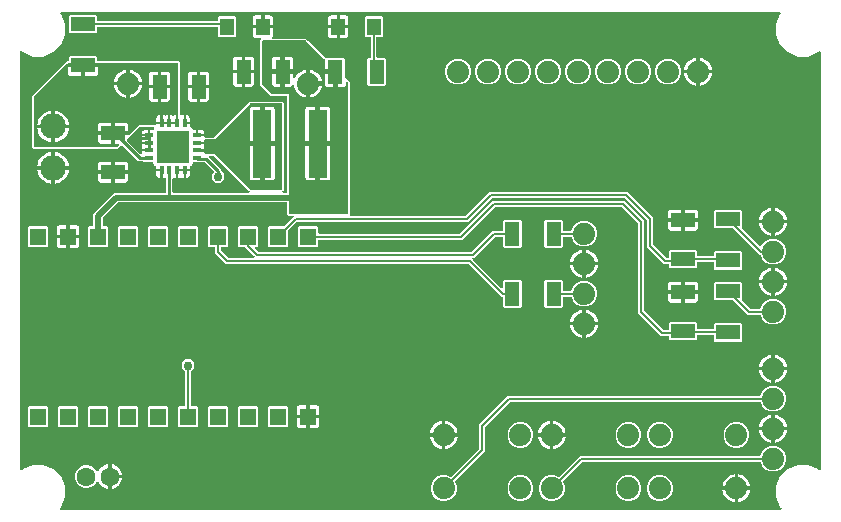
<source format=gtl>
G04 EAGLE Gerber RS-274X export*
G75*
%MOMM*%
%FSLAX34Y34*%
%LPD*%
%INTop Copper*%
%IPPOS*%
%AMOC8*
5,1,8,0,0,1.08239X$1,22.5*%
G01*
%ADD10C,1.879600*%
%ADD11R,1.270000X2.032000*%
%ADD12R,2.032000X1.270000*%
%ADD13R,0.350000X0.800000*%
%ADD14R,0.800000X0.350000*%
%ADD15R,2.800000X2.800000*%
%ADD16C,2.184400*%
%ADD17C,1.600000*%
%ADD18R,2.060000X1.270000*%
%ADD19R,1.270000X2.060000*%
%ADD20R,1.408000X1.408000*%
%ADD21R,1.200000X1.400000*%
%ADD22R,1.600200X5.715000*%
%ADD23C,0.756400*%
%ADD24C,0.254000*%
%ADD25C,0.152400*%
%ADD26C,0.508000*%
%ADD27P,0.818720X8X22.500000*%
%ADD28C,0.200000*%
%ADD29C,0.203200*%

G36*
X654242Y10172D02*
X654242Y10172D01*
X654314Y10174D01*
X654363Y10192D01*
X654414Y10200D01*
X654478Y10234D01*
X654545Y10259D01*
X654586Y10291D01*
X654632Y10316D01*
X654681Y10368D01*
X654737Y10412D01*
X654765Y10456D01*
X654801Y10494D01*
X654831Y10559D01*
X654870Y10619D01*
X654883Y10670D01*
X654905Y10717D01*
X654913Y10788D01*
X654930Y10858D01*
X654926Y10910D01*
X654932Y10961D01*
X654916Y11032D01*
X654911Y11103D01*
X654891Y11151D01*
X654879Y11202D01*
X654843Y11263D01*
X654815Y11329D01*
X654770Y11385D01*
X654753Y11413D01*
X654735Y11428D01*
X654710Y11460D01*
X653720Y12450D01*
X650239Y20853D01*
X650239Y29947D01*
X653720Y38350D01*
X660150Y44780D01*
X668553Y48261D01*
X677647Y48261D01*
X686050Y44780D01*
X686840Y43990D01*
X686898Y43948D01*
X686950Y43899D01*
X686997Y43877D01*
X687039Y43847D01*
X687108Y43826D01*
X687173Y43795D01*
X687225Y43790D01*
X687275Y43774D01*
X687346Y43776D01*
X687417Y43768D01*
X687468Y43779D01*
X687520Y43781D01*
X687588Y43805D01*
X687658Y43821D01*
X687703Y43847D01*
X687751Y43865D01*
X687807Y43910D01*
X687869Y43947D01*
X687903Y43986D01*
X687943Y44019D01*
X687982Y44079D01*
X688029Y44134D01*
X688048Y44182D01*
X688076Y44226D01*
X688094Y44295D01*
X688121Y44362D01*
X688129Y44433D01*
X688137Y44464D01*
X688135Y44488D01*
X688139Y44529D01*
X688139Y397431D01*
X688128Y397502D01*
X688126Y397574D01*
X688108Y397623D01*
X688100Y397674D01*
X688066Y397738D01*
X688041Y397805D01*
X688009Y397846D01*
X687984Y397892D01*
X687932Y397941D01*
X687888Y397997D01*
X687844Y398025D01*
X687806Y398061D01*
X687741Y398091D01*
X687681Y398130D01*
X687630Y398143D01*
X687583Y398165D01*
X687512Y398173D01*
X687442Y398190D01*
X687390Y398186D01*
X687339Y398192D01*
X687268Y398176D01*
X687197Y398171D01*
X687149Y398151D01*
X687098Y398139D01*
X687037Y398103D01*
X686971Y398075D01*
X686915Y398030D01*
X686887Y398013D01*
X686872Y397995D01*
X686840Y397970D01*
X686050Y397180D01*
X677647Y393699D01*
X668553Y393699D01*
X660150Y397180D01*
X653720Y403610D01*
X650239Y412013D01*
X650239Y421107D01*
X653720Y429510D01*
X653950Y429740D01*
X653992Y429798D01*
X654041Y429850D01*
X654063Y429897D01*
X654093Y429939D01*
X654114Y430008D01*
X654145Y430073D01*
X654150Y430125D01*
X654166Y430175D01*
X654164Y430246D01*
X654172Y430317D01*
X654161Y430368D01*
X654159Y430420D01*
X654135Y430488D01*
X654119Y430558D01*
X654093Y430603D01*
X654075Y430651D01*
X654030Y430707D01*
X653993Y430769D01*
X653954Y430803D01*
X653921Y430843D01*
X653861Y430882D01*
X653806Y430929D01*
X653758Y430948D01*
X653714Y430976D01*
X653645Y430994D01*
X653578Y431021D01*
X653507Y431029D01*
X653476Y431037D01*
X653452Y431035D01*
X653411Y431039D01*
X45089Y431039D01*
X45018Y431028D01*
X44946Y431026D01*
X44897Y431008D01*
X44846Y431000D01*
X44782Y430966D01*
X44715Y430941D01*
X44674Y430909D01*
X44628Y430884D01*
X44579Y430833D01*
X44523Y430788D01*
X44495Y430744D01*
X44459Y430706D01*
X44429Y430641D01*
X44390Y430581D01*
X44377Y430530D01*
X44355Y430483D01*
X44347Y430412D01*
X44330Y430342D01*
X44334Y430290D01*
X44328Y430239D01*
X44344Y430168D01*
X44349Y430097D01*
X44369Y430049D01*
X44381Y429998D01*
X44417Y429937D01*
X44445Y429871D01*
X44490Y429815D01*
X44507Y429787D01*
X44525Y429772D01*
X44550Y429740D01*
X44780Y429510D01*
X48261Y421107D01*
X48261Y412013D01*
X44780Y403610D01*
X38350Y397180D01*
X29947Y393699D01*
X20853Y393699D01*
X12450Y397180D01*
X11460Y398170D01*
X11402Y398212D01*
X11350Y398261D01*
X11303Y398283D01*
X11261Y398313D01*
X11192Y398334D01*
X11127Y398365D01*
X11075Y398370D01*
X11025Y398386D01*
X10954Y398384D01*
X10883Y398392D01*
X10832Y398381D01*
X10780Y398379D01*
X10712Y398355D01*
X10642Y398339D01*
X10597Y398313D01*
X10549Y398295D01*
X10493Y398250D01*
X10431Y398213D01*
X10397Y398174D01*
X10357Y398141D01*
X10318Y398081D01*
X10271Y398026D01*
X10252Y397978D01*
X10224Y397934D01*
X10206Y397865D01*
X10179Y397798D01*
X10171Y397727D01*
X10163Y397696D01*
X10165Y397672D01*
X10161Y397631D01*
X10161Y44329D01*
X10172Y44258D01*
X10174Y44186D01*
X10192Y44137D01*
X10200Y44086D01*
X10234Y44022D01*
X10259Y43955D01*
X10291Y43914D01*
X10316Y43868D01*
X10368Y43819D01*
X10412Y43763D01*
X10456Y43735D01*
X10494Y43699D01*
X10559Y43669D01*
X10619Y43630D01*
X10670Y43617D01*
X10717Y43595D01*
X10788Y43587D01*
X10858Y43570D01*
X10910Y43574D01*
X10961Y43568D01*
X11032Y43584D01*
X11103Y43589D01*
X11151Y43609D01*
X11202Y43621D01*
X11263Y43657D01*
X11329Y43685D01*
X11385Y43730D01*
X11413Y43747D01*
X11428Y43765D01*
X11460Y43790D01*
X12450Y44780D01*
X20853Y48261D01*
X29947Y48261D01*
X38350Y44780D01*
X44780Y38350D01*
X48261Y29947D01*
X48261Y20853D01*
X44780Y12450D01*
X43790Y11460D01*
X43748Y11402D01*
X43699Y11350D01*
X43677Y11303D01*
X43647Y11261D01*
X43626Y11192D01*
X43595Y11127D01*
X43590Y11075D01*
X43574Y11025D01*
X43576Y10954D01*
X43568Y10883D01*
X43579Y10832D01*
X43581Y10780D01*
X43605Y10712D01*
X43621Y10642D01*
X43647Y10597D01*
X43665Y10549D01*
X43710Y10493D01*
X43747Y10431D01*
X43786Y10397D01*
X43819Y10357D01*
X43879Y10318D01*
X43934Y10271D01*
X43982Y10252D01*
X44026Y10224D01*
X44095Y10206D01*
X44162Y10179D01*
X44233Y10171D01*
X44264Y10163D01*
X44288Y10165D01*
X44329Y10161D01*
X654171Y10161D01*
X654242Y10172D01*
G37*
%LPC*%
G36*
X598668Y213335D02*
X598668Y213335D01*
X597775Y214228D01*
X597775Y218964D01*
X597772Y218984D01*
X597774Y219003D01*
X597752Y219105D01*
X597736Y219207D01*
X597726Y219224D01*
X597722Y219244D01*
X597669Y219333D01*
X597620Y219424D01*
X597606Y219438D01*
X597596Y219455D01*
X597517Y219522D01*
X597442Y219594D01*
X597424Y219602D01*
X597409Y219615D01*
X597313Y219654D01*
X597219Y219697D01*
X597199Y219699D01*
X597181Y219707D01*
X597014Y219725D01*
X583946Y219725D01*
X583926Y219722D01*
X583907Y219724D01*
X583805Y219702D01*
X583703Y219686D01*
X583686Y219676D01*
X583666Y219672D01*
X583577Y219619D01*
X583486Y219570D01*
X583472Y219556D01*
X583455Y219546D01*
X583388Y219467D01*
X583316Y219392D01*
X583308Y219374D01*
X583295Y219359D01*
X583256Y219263D01*
X583213Y219169D01*
X583211Y219149D01*
X583203Y219131D01*
X583185Y218964D01*
X583185Y215268D01*
X582292Y214375D01*
X560708Y214375D01*
X559815Y215268D01*
X559815Y217694D01*
X559812Y217714D01*
X559814Y217733D01*
X559792Y217835D01*
X559776Y217937D01*
X559766Y217954D01*
X559762Y217974D01*
X559709Y218063D01*
X559660Y218154D01*
X559646Y218168D01*
X559636Y218185D01*
X559557Y218252D01*
X559482Y218324D01*
X559464Y218332D01*
X559449Y218345D01*
X559353Y218384D01*
X559259Y218427D01*
X559239Y218429D01*
X559221Y218437D01*
X559054Y218455D01*
X555214Y218455D01*
X541035Y232634D01*
X541035Y255179D01*
X541021Y255269D01*
X541013Y255360D01*
X541001Y255390D01*
X540996Y255422D01*
X540953Y255502D01*
X540917Y255586D01*
X540891Y255618D01*
X540880Y255639D01*
X540857Y255661D01*
X540812Y255717D01*
X522417Y274112D01*
X522343Y274165D01*
X522274Y274225D01*
X522244Y274237D01*
X522217Y274256D01*
X522130Y274283D01*
X522046Y274317D01*
X522005Y274321D01*
X521982Y274328D01*
X521950Y274327D01*
X521879Y274335D01*
X410301Y274335D01*
X410211Y274321D01*
X410120Y274313D01*
X410090Y274301D01*
X410058Y274296D01*
X409978Y274253D01*
X409894Y274217D01*
X409862Y274191D01*
X409841Y274180D01*
X409822Y274161D01*
X409820Y274160D01*
X409814Y274154D01*
X409763Y274112D01*
X389666Y254015D01*
X245201Y254015D01*
X245111Y254001D01*
X245020Y253993D01*
X244990Y253981D01*
X244958Y253976D01*
X244878Y253933D01*
X244794Y253897D01*
X244762Y253871D01*
X244741Y253860D01*
X244719Y253837D01*
X244663Y253792D01*
X237388Y246517D01*
X237335Y246443D01*
X237275Y246374D01*
X237263Y246344D01*
X237244Y246317D01*
X237217Y246230D01*
X237183Y246146D01*
X237179Y246105D01*
X237172Y246082D01*
X237173Y246050D01*
X237165Y245979D01*
X237165Y233628D01*
X236272Y232735D01*
X220928Y232735D01*
X220035Y233628D01*
X220035Y248972D01*
X220928Y249865D01*
X233279Y249865D01*
X233369Y249879D01*
X233460Y249887D01*
X233490Y249899D01*
X233522Y249904D01*
X233602Y249947D01*
X233686Y249983D01*
X233718Y250009D01*
X233739Y250020D01*
X233761Y250043D01*
X233817Y250088D01*
X241092Y257363D01*
X241509Y257780D01*
X241551Y257838D01*
X241600Y257890D01*
X241622Y257937D01*
X241653Y257979D01*
X241674Y258048D01*
X241704Y258113D01*
X241710Y258165D01*
X241725Y258215D01*
X241723Y258286D01*
X241731Y258357D01*
X241720Y258408D01*
X241719Y258460D01*
X241694Y258528D01*
X241679Y258598D01*
X241652Y258643D01*
X241634Y258691D01*
X241590Y258747D01*
X241553Y258809D01*
X241513Y258843D01*
X241481Y258883D01*
X241420Y258922D01*
X241366Y258969D01*
X241317Y258988D01*
X241274Y259016D01*
X241204Y259034D01*
X241138Y259061D01*
X241066Y259069D01*
X241035Y259077D01*
X241012Y259075D01*
X240971Y259079D01*
X237708Y259079D01*
X236219Y260568D01*
X236219Y269494D01*
X236216Y269514D01*
X236218Y269533D01*
X236196Y269635D01*
X236180Y269737D01*
X236170Y269754D01*
X236166Y269774D01*
X236113Y269863D01*
X236064Y269954D01*
X236050Y269968D01*
X236040Y269985D01*
X235961Y270052D01*
X235886Y270124D01*
X235868Y270132D01*
X235853Y270145D01*
X235757Y270184D01*
X235663Y270227D01*
X235643Y270229D01*
X235625Y270237D01*
X235458Y270255D01*
X93439Y270255D01*
X93349Y270241D01*
X93258Y270233D01*
X93228Y270221D01*
X93196Y270216D01*
X93116Y270173D01*
X93032Y270137D01*
X93000Y270111D01*
X92979Y270100D01*
X92957Y270077D01*
X92901Y270032D01*
X80488Y257619D01*
X80435Y257545D01*
X80375Y257476D01*
X80363Y257446D01*
X80344Y257420D01*
X80317Y257333D01*
X80283Y257248D01*
X80279Y257207D01*
X80272Y257184D01*
X80273Y257152D01*
X80265Y257081D01*
X80265Y250626D01*
X80268Y250606D01*
X80266Y250587D01*
X80288Y250485D01*
X80304Y250383D01*
X80314Y250366D01*
X80318Y250346D01*
X80371Y250257D01*
X80420Y250166D01*
X80434Y250152D01*
X80444Y250135D01*
X80523Y250068D01*
X80598Y249996D01*
X80616Y249988D01*
X80631Y249975D01*
X80727Y249936D01*
X80821Y249893D01*
X80841Y249891D01*
X80859Y249883D01*
X81026Y249865D01*
X83872Y249865D01*
X84765Y248972D01*
X84765Y233628D01*
X83872Y232735D01*
X68528Y232735D01*
X67635Y233628D01*
X67635Y248972D01*
X68528Y249865D01*
X71374Y249865D01*
X71394Y249868D01*
X71413Y249866D01*
X71515Y249888D01*
X71617Y249904D01*
X71634Y249914D01*
X71654Y249918D01*
X71743Y249971D01*
X71834Y250020D01*
X71848Y250034D01*
X71865Y250044D01*
X71932Y250123D01*
X72004Y250198D01*
X72012Y250216D01*
X72025Y250231D01*
X72064Y250327D01*
X72107Y250421D01*
X72109Y250441D01*
X72117Y250459D01*
X72135Y250626D01*
X72135Y260764D01*
X89756Y278385D01*
X132894Y278385D01*
X132914Y278388D01*
X132933Y278386D01*
X133035Y278408D01*
X133137Y278424D01*
X133154Y278434D01*
X133174Y278438D01*
X133263Y278491D01*
X133354Y278540D01*
X133368Y278554D01*
X133385Y278564D01*
X133452Y278643D01*
X133524Y278718D01*
X133532Y278736D01*
X133545Y278751D01*
X133584Y278847D01*
X133627Y278941D01*
X133629Y278961D01*
X133637Y278979D01*
X133655Y279146D01*
X133655Y290401D01*
X133636Y290518D01*
X133618Y290636D01*
X133616Y290640D01*
X133616Y290644D01*
X133560Y290749D01*
X133505Y290855D01*
X133502Y290858D01*
X133500Y290862D01*
X133415Y290943D01*
X133329Y291026D01*
X133325Y291028D01*
X133322Y291031D01*
X133216Y291080D01*
X133107Y291132D01*
X133103Y291133D01*
X133099Y291135D01*
X132983Y291148D01*
X132863Y291162D01*
X132858Y291161D01*
X132855Y291162D01*
X132841Y291159D01*
X132697Y291137D01*
X132034Y290959D01*
X130824Y290959D01*
X130824Y297387D01*
X130821Y297406D01*
X130823Y297426D01*
X130801Y297528D01*
X130785Y297630D01*
X130775Y297647D01*
X130771Y297667D01*
X130718Y297756D01*
X130669Y297847D01*
X130655Y297861D01*
X130645Y297878D01*
X130566Y297945D01*
X130491Y298016D01*
X130473Y298025D01*
X130465Y298031D01*
X130443Y298073D01*
X130429Y298087D01*
X130419Y298104D01*
X130340Y298171D01*
X130265Y298243D01*
X130247Y298251D01*
X130232Y298264D01*
X130135Y298303D01*
X130042Y298346D01*
X130022Y298348D01*
X130004Y298356D01*
X129837Y298374D01*
X125659Y298374D01*
X125659Y300296D01*
X125652Y300340D01*
X125654Y300383D01*
X125632Y300460D01*
X125620Y300539D01*
X125599Y300578D01*
X125587Y300620D01*
X125542Y300686D01*
X125504Y300757D01*
X125473Y300787D01*
X125448Y300823D01*
X125384Y300871D01*
X125326Y300926D01*
X125286Y300944D01*
X125251Y300971D01*
X125115Y301024D01*
X125103Y301030D01*
X125100Y301030D01*
X125095Y301032D01*
X124719Y301132D01*
X124140Y301467D01*
X123667Y301940D01*
X123332Y302519D01*
X123159Y303166D01*
X123159Y303714D01*
X123156Y303734D01*
X123158Y303753D01*
X123136Y303855D01*
X123120Y303957D01*
X123110Y303974D01*
X123106Y303994D01*
X123053Y304083D01*
X123004Y304174D01*
X122990Y304188D01*
X122980Y304205D01*
X122901Y304272D01*
X122826Y304344D01*
X122808Y304352D01*
X122793Y304365D01*
X122697Y304404D01*
X122603Y304447D01*
X122583Y304449D01*
X122565Y304457D01*
X122398Y304475D01*
X115068Y304475D01*
X114811Y304732D01*
X114737Y304786D01*
X114668Y304845D01*
X114638Y304857D01*
X114612Y304876D01*
X114525Y304903D01*
X114440Y304937D01*
X114399Y304941D01*
X114377Y304948D01*
X114344Y304947D01*
X114273Y304955D01*
X110192Y304955D01*
X96699Y318449D01*
X96683Y318460D01*
X96670Y318476D01*
X96583Y318532D01*
X96499Y318592D01*
X96480Y318598D01*
X96464Y318609D01*
X96363Y318634D01*
X96264Y318664D01*
X96244Y318664D01*
X96225Y318669D01*
X96122Y318661D01*
X96018Y318658D01*
X96000Y318651D01*
X95980Y318650D01*
X95885Y318609D01*
X95787Y318574D01*
X95772Y318561D01*
X95753Y318553D01*
X95622Y318449D01*
X92387Y315213D01*
X21913Y315213D01*
X20573Y316553D01*
X20573Y360357D01*
X49853Y389637D01*
X50914Y389637D01*
X50934Y389640D01*
X50953Y389638D01*
X51055Y389660D01*
X51157Y389676D01*
X51174Y389686D01*
X51194Y389690D01*
X51283Y389743D01*
X51374Y389792D01*
X51388Y389806D01*
X51405Y389816D01*
X51472Y389895D01*
X51544Y389970D01*
X51552Y389988D01*
X51565Y390003D01*
X51604Y390099D01*
X51647Y390193D01*
X51649Y390213D01*
X51657Y390231D01*
X51675Y390398D01*
X51675Y393292D01*
X52568Y394185D01*
X74432Y394185D01*
X75325Y393292D01*
X75325Y390398D01*
X75328Y390378D01*
X75326Y390359D01*
X75348Y390257D01*
X75364Y390155D01*
X75374Y390138D01*
X75378Y390118D01*
X75431Y390029D01*
X75480Y389938D01*
X75494Y389924D01*
X75504Y389907D01*
X75583Y389840D01*
X75658Y389768D01*
X75676Y389760D01*
X75691Y389747D01*
X75787Y389708D01*
X75881Y389665D01*
X75901Y389663D01*
X75919Y389655D01*
X76086Y389637D01*
X144457Y389637D01*
X145797Y388297D01*
X145797Y344612D01*
X145816Y344496D01*
X145834Y344378D01*
X145836Y344374D01*
X145836Y344370D01*
X145892Y344265D01*
X145947Y344159D01*
X145950Y344156D01*
X145952Y344152D01*
X146037Y344071D01*
X146123Y343988D01*
X146127Y343986D01*
X146130Y343983D01*
X146237Y343933D01*
X146345Y343882D01*
X146349Y343881D01*
X146353Y343879D01*
X146469Y343866D01*
X146589Y343852D01*
X146594Y343853D01*
X146597Y343852D01*
X146611Y343855D01*
X146755Y343877D01*
X147366Y344041D01*
X148576Y344041D01*
X148576Y337613D01*
X148579Y337594D01*
X148577Y337574D01*
X148599Y337472D01*
X148615Y337370D01*
X148625Y337353D01*
X148629Y337333D01*
X148682Y337244D01*
X148731Y337153D01*
X148745Y337139D01*
X148755Y337122D01*
X148834Y337055D01*
X148909Y336984D01*
X148927Y336975D01*
X148935Y336969D01*
X148957Y336927D01*
X148971Y336913D01*
X148981Y336896D01*
X149060Y336829D01*
X149135Y336757D01*
X149153Y336749D01*
X149168Y336736D01*
X149265Y336697D01*
X149358Y336654D01*
X149378Y336652D01*
X149396Y336644D01*
X149563Y336626D01*
X153741Y336626D01*
X153741Y334704D01*
X153748Y334660D01*
X153746Y334617D01*
X153768Y334540D01*
X153780Y334461D01*
X153801Y334422D01*
X153813Y334380D01*
X153858Y334314D01*
X153896Y334243D01*
X153927Y334213D01*
X153952Y334177D01*
X154016Y334129D01*
X154074Y334074D01*
X154114Y334056D01*
X154149Y334029D01*
X154284Y333976D01*
X154297Y333970D01*
X154300Y333970D01*
X154305Y333968D01*
X154681Y333868D01*
X155260Y333533D01*
X155733Y333060D01*
X156068Y332481D01*
X156168Y332105D01*
X156186Y332065D01*
X156196Y332022D01*
X156237Y331954D01*
X156269Y331881D01*
X156299Y331849D01*
X156322Y331811D01*
X156382Y331759D01*
X156437Y331701D01*
X156475Y331680D01*
X156509Y331651D01*
X156583Y331621D01*
X156653Y331583D01*
X156696Y331576D01*
X156737Y331559D01*
X156882Y331543D01*
X156895Y331541D01*
X156899Y331541D01*
X156904Y331541D01*
X158826Y331541D01*
X158826Y327363D01*
X158829Y327344D01*
X158827Y327324D01*
X158849Y327222D01*
X158865Y327120D01*
X158875Y327103D01*
X158879Y327083D01*
X158932Y326994D01*
X158981Y326903D01*
X158995Y326889D01*
X159005Y326872D01*
X159084Y326805D01*
X159159Y326734D01*
X159177Y326725D01*
X159185Y326719D01*
X159207Y326677D01*
X159221Y326663D01*
X159231Y326646D01*
X159310Y326579D01*
X159385Y326507D01*
X159403Y326499D01*
X159418Y326486D01*
X159515Y326447D01*
X159608Y326404D01*
X159628Y326402D01*
X159646Y326394D01*
X159813Y326376D01*
X166241Y326376D01*
X166241Y325882D01*
X166244Y325862D01*
X166242Y325843D01*
X166264Y325741D01*
X166280Y325639D01*
X166290Y325622D01*
X166294Y325602D01*
X166347Y325513D01*
X166396Y325422D01*
X166410Y325408D01*
X166420Y325391D01*
X166499Y325324D01*
X166574Y325252D01*
X166592Y325244D01*
X166607Y325231D01*
X166703Y325192D01*
X166797Y325149D01*
X166817Y325147D01*
X166835Y325139D01*
X167002Y325121D01*
X173892Y325121D01*
X173982Y325135D01*
X174073Y325143D01*
X174103Y325155D01*
X174135Y325160D01*
X174216Y325203D01*
X174300Y325239D01*
X174332Y325265D01*
X174352Y325276D01*
X174375Y325299D01*
X174431Y325344D01*
X204688Y355601D01*
X232192Y355601D01*
X233681Y354112D01*
X233681Y280888D01*
X232477Y279684D01*
X232436Y279626D01*
X232386Y279574D01*
X232364Y279527D01*
X232334Y279485D01*
X232313Y279416D01*
X232283Y279351D01*
X232277Y279299D01*
X232261Y279249D01*
X232263Y279178D01*
X232255Y279107D01*
X232267Y279056D01*
X232268Y279004D01*
X232292Y278936D01*
X232308Y278866D01*
X232334Y278821D01*
X232352Y278773D01*
X232397Y278717D01*
X232434Y278655D01*
X232473Y278621D01*
X232506Y278581D01*
X232566Y278542D01*
X232621Y278495D01*
X232669Y278476D01*
X232713Y278448D01*
X232782Y278430D01*
X232849Y278403D01*
X232920Y278395D01*
X232951Y278387D01*
X232975Y278389D01*
X233016Y278385D01*
X235458Y278385D01*
X235478Y278388D01*
X235497Y278386D01*
X235599Y278408D01*
X235701Y278424D01*
X235718Y278434D01*
X235738Y278438D01*
X235827Y278491D01*
X235918Y278540D01*
X235932Y278554D01*
X235949Y278564D01*
X236016Y278643D01*
X236088Y278718D01*
X236096Y278736D01*
X236109Y278751D01*
X236148Y278847D01*
X236191Y278941D01*
X236193Y278961D01*
X236201Y278979D01*
X236219Y279146D01*
X236219Y359918D01*
X236216Y359938D01*
X236218Y359957D01*
X236196Y360059D01*
X236180Y360161D01*
X236170Y360178D01*
X236166Y360198D01*
X236113Y360287D01*
X236064Y360378D01*
X236050Y360392D01*
X236040Y360409D01*
X235961Y360476D01*
X235886Y360548D01*
X235868Y360556D01*
X235853Y360569D01*
X235757Y360608D01*
X235663Y360651D01*
X235643Y360653D01*
X235625Y360661D01*
X235458Y360679D01*
X222468Y360679D01*
X213359Y369788D01*
X213359Y407452D01*
X214167Y408260D01*
X214208Y408318D01*
X214258Y408370D01*
X214280Y408417D01*
X214310Y408459D01*
X214331Y408528D01*
X214361Y408593D01*
X214367Y408645D01*
X214383Y408695D01*
X214381Y408766D01*
X214389Y408837D01*
X214377Y408888D01*
X214376Y408940D01*
X214352Y409008D01*
X214336Y409078D01*
X214310Y409123D01*
X214292Y409171D01*
X214247Y409227D01*
X214210Y409289D01*
X214171Y409323D01*
X214138Y409363D01*
X214078Y409402D01*
X214023Y409449D01*
X213975Y409468D01*
X213931Y409496D01*
X213862Y409514D01*
X213795Y409541D01*
X213724Y409549D01*
X213693Y409557D01*
X213669Y409555D01*
X213628Y409559D01*
X209326Y409559D01*
X208679Y409732D01*
X208100Y410067D01*
X207627Y410540D01*
X207292Y411119D01*
X207119Y411766D01*
X207119Y417577D01*
X214898Y417577D01*
X214918Y417580D01*
X214937Y417578D01*
X215039Y417600D01*
X215141Y417617D01*
X215158Y417626D01*
X215178Y417630D01*
X215267Y417683D01*
X215358Y417732D01*
X215372Y417746D01*
X215389Y417756D01*
X215456Y417835D01*
X215527Y417910D01*
X215536Y417928D01*
X215549Y417943D01*
X215588Y418039D01*
X215631Y418133D01*
X215633Y418153D01*
X215641Y418171D01*
X215659Y418338D01*
X215659Y419101D01*
X215661Y419101D01*
X215661Y418338D01*
X215664Y418318D01*
X215662Y418299D01*
X215684Y418197D01*
X215701Y418095D01*
X215710Y418078D01*
X215714Y418058D01*
X215767Y417969D01*
X215816Y417878D01*
X215830Y417864D01*
X215840Y417847D01*
X215919Y417780D01*
X215994Y417709D01*
X216012Y417700D01*
X216027Y417687D01*
X216123Y417648D01*
X216217Y417605D01*
X216237Y417603D01*
X216255Y417595D01*
X216422Y417577D01*
X224201Y417577D01*
X224201Y411766D01*
X224028Y411119D01*
X223693Y410540D01*
X223393Y410240D01*
X223352Y410182D01*
X223302Y410130D01*
X223280Y410083D01*
X223250Y410041D01*
X223229Y409972D01*
X223199Y409907D01*
X223193Y409855D01*
X223177Y409805D01*
X223179Y409734D01*
X223171Y409663D01*
X223183Y409612D01*
X223184Y409560D01*
X223208Y409492D01*
X223224Y409422D01*
X223250Y409377D01*
X223268Y409329D01*
X223313Y409273D01*
X223350Y409211D01*
X223389Y409177D01*
X223422Y409137D01*
X223482Y409098D01*
X223537Y409051D01*
X223585Y409032D01*
X223629Y409004D01*
X223698Y408986D01*
X223765Y408959D01*
X223836Y408951D01*
X223867Y408943D01*
X223891Y408945D01*
X223932Y408941D01*
X252512Y408941D01*
X254224Y407229D01*
X268830Y392623D01*
X268846Y392611D01*
X268859Y392596D01*
X268946Y392540D01*
X269030Y392479D01*
X269049Y392474D01*
X269066Y392463D01*
X269166Y392438D01*
X269265Y392407D01*
X269285Y392408D01*
X269304Y392403D01*
X269407Y392411D01*
X269511Y392413D01*
X269530Y392420D01*
X269549Y392422D01*
X269644Y392462D01*
X269742Y392498D01*
X269757Y392510D01*
X269776Y392518D01*
X269907Y392623D01*
X270108Y392825D01*
X284072Y392825D01*
X284965Y391932D01*
X284965Y376804D01*
X284979Y376714D01*
X284987Y376623D01*
X284999Y376593D01*
X285004Y376561D01*
X285047Y376480D01*
X285083Y376396D01*
X285109Y376364D01*
X285120Y376344D01*
X285143Y376321D01*
X285188Y376265D01*
X289561Y371892D01*
X289561Y260568D01*
X289357Y260364D01*
X289316Y260306D01*
X289266Y260254D01*
X289244Y260207D01*
X289214Y260165D01*
X289193Y260096D01*
X289163Y260031D01*
X289157Y259979D01*
X289141Y259929D01*
X289143Y259858D01*
X289135Y259787D01*
X289147Y259736D01*
X289148Y259684D01*
X289172Y259616D01*
X289188Y259546D01*
X289214Y259501D01*
X289232Y259453D01*
X289277Y259397D01*
X289314Y259335D01*
X289353Y259301D01*
X289386Y259261D01*
X289446Y259222D01*
X289501Y259175D01*
X289549Y259156D01*
X289593Y259128D01*
X289662Y259110D01*
X289729Y259083D01*
X289800Y259075D01*
X289831Y259067D01*
X289855Y259069D01*
X289896Y259065D01*
X387259Y259065D01*
X387349Y259079D01*
X387440Y259087D01*
X387470Y259099D01*
X387502Y259104D01*
X387582Y259147D01*
X387666Y259183D01*
X387698Y259209D01*
X387719Y259220D01*
X387741Y259243D01*
X387744Y259244D01*
X387746Y259247D01*
X387797Y259288D01*
X407894Y279385D01*
X524286Y279385D01*
X546085Y257586D01*
X546085Y235041D01*
X546099Y234951D01*
X546107Y234860D01*
X546119Y234830D01*
X546124Y234798D01*
X546167Y234718D01*
X546203Y234634D01*
X546229Y234602D01*
X546240Y234581D01*
X546263Y234559D01*
X546308Y234503D01*
X557083Y223728D01*
X557157Y223675D01*
X557226Y223615D01*
X557256Y223603D01*
X557283Y223584D01*
X557370Y223557D01*
X557454Y223523D01*
X557495Y223519D01*
X557518Y223512D01*
X557550Y223513D01*
X557621Y223505D01*
X559054Y223505D01*
X559074Y223508D01*
X559093Y223506D01*
X559195Y223528D01*
X559297Y223544D01*
X559314Y223554D01*
X559334Y223558D01*
X559423Y223611D01*
X559514Y223660D01*
X559528Y223674D01*
X559545Y223684D01*
X559612Y223763D01*
X559684Y223838D01*
X559692Y223856D01*
X559705Y223871D01*
X559744Y223967D01*
X559787Y224061D01*
X559789Y224081D01*
X559797Y224099D01*
X559815Y224266D01*
X559815Y229232D01*
X560708Y230125D01*
X582292Y230125D01*
X583185Y229232D01*
X583185Y225536D01*
X583188Y225516D01*
X583186Y225497D01*
X583208Y225395D01*
X583224Y225293D01*
X583234Y225276D01*
X583238Y225256D01*
X583291Y225167D01*
X583340Y225076D01*
X583354Y225062D01*
X583364Y225045D01*
X583443Y224978D01*
X583518Y224906D01*
X583536Y224898D01*
X583551Y224885D01*
X583647Y224846D01*
X583741Y224803D01*
X583761Y224801D01*
X583779Y224793D01*
X583946Y224775D01*
X597014Y224775D01*
X597034Y224778D01*
X597053Y224776D01*
X597155Y224798D01*
X597257Y224814D01*
X597274Y224824D01*
X597294Y224828D01*
X597383Y224881D01*
X597474Y224930D01*
X597488Y224944D01*
X597505Y224954D01*
X597572Y225033D01*
X597644Y225108D01*
X597652Y225126D01*
X597665Y225141D01*
X597704Y225237D01*
X597747Y225331D01*
X597749Y225351D01*
X597757Y225369D01*
X597775Y225536D01*
X597775Y228192D01*
X598668Y229085D01*
X620532Y229085D01*
X621425Y228192D01*
X621425Y214228D01*
X620532Y213335D01*
X598668Y213335D01*
G37*
%LPD*%
G36*
X287078Y260613D02*
X287078Y260613D01*
X287136Y260611D01*
X287218Y260633D01*
X287302Y260645D01*
X287355Y260669D01*
X287411Y260683D01*
X287484Y260726D01*
X287561Y260761D01*
X287606Y260799D01*
X287656Y260829D01*
X287714Y260890D01*
X287778Y260945D01*
X287810Y260993D01*
X287850Y261036D01*
X287889Y261111D01*
X287936Y261181D01*
X287953Y261237D01*
X287980Y261289D01*
X287991Y261357D01*
X288021Y261452D01*
X288024Y261552D01*
X288035Y261620D01*
X288035Y370840D01*
X288023Y370927D01*
X288020Y371015D01*
X288003Y371067D01*
X287995Y371122D01*
X287960Y371202D01*
X287932Y371285D01*
X287905Y371324D01*
X287879Y371381D01*
X287783Y371495D01*
X287737Y371558D01*
X287713Y371582D01*
X287700Y371592D01*
X287696Y371598D01*
X287687Y371604D01*
X287671Y371622D01*
X287577Y371685D01*
X287486Y371753D01*
X287459Y371763D01*
X287435Y371780D01*
X287327Y371814D01*
X287220Y371854D01*
X287191Y371857D01*
X287164Y371865D01*
X287050Y371868D01*
X286937Y371878D01*
X286909Y371872D01*
X286880Y371873D01*
X286770Y371844D01*
X286658Y371821D01*
X286633Y371808D01*
X286605Y371801D01*
X286507Y371743D01*
X286406Y371690D01*
X286385Y371670D01*
X286360Y371656D01*
X286282Y371573D01*
X286200Y371494D01*
X286186Y371469D01*
X286166Y371448D01*
X286114Y371347D01*
X286057Y371249D01*
X286049Y371221D01*
X286036Y371195D01*
X286023Y371118D01*
X285987Y370973D01*
X285989Y370911D01*
X285981Y370864D01*
X285981Y370365D01*
X285808Y369719D01*
X285473Y369140D01*
X285000Y368667D01*
X284421Y368332D01*
X283774Y368159D01*
X279121Y368159D01*
X279121Y379754D01*
X279109Y379841D01*
X279106Y379928D01*
X279089Y379981D01*
X279081Y380036D01*
X279046Y380115D01*
X279019Y380199D01*
X278991Y380238D01*
X278965Y380295D01*
X278869Y380408D01*
X278824Y380472D01*
X278594Y380702D01*
X278524Y380754D01*
X278460Y380814D01*
X278411Y380839D01*
X278367Y380873D01*
X278285Y380904D01*
X278207Y380944D01*
X278160Y380952D01*
X278101Y380974D01*
X277953Y380986D01*
X277876Y380999D01*
X277089Y380999D01*
X277089Y381786D01*
X277077Y381873D01*
X277074Y381960D01*
X277057Y382013D01*
X277049Y382068D01*
X277014Y382147D01*
X276987Y382231D01*
X276959Y382270D01*
X276933Y382327D01*
X276837Y382440D01*
X276792Y382504D01*
X276562Y382734D01*
X276492Y382786D01*
X276428Y382846D01*
X276379Y382872D01*
X276335Y382905D01*
X276253Y382936D01*
X276175Y382976D01*
X276128Y382984D01*
X276069Y383006D01*
X275921Y383018D01*
X275844Y383031D01*
X268199Y383031D01*
X268199Y390676D01*
X268187Y390763D01*
X268184Y390850D01*
X268167Y390903D01*
X268159Y390957D01*
X268124Y391037D01*
X268097Y391121D01*
X268069Y391160D01*
X268043Y391217D01*
X267947Y391330D01*
X267902Y391394D01*
X252178Y407118D01*
X252108Y407170D01*
X252044Y407230D01*
X251995Y407256D01*
X251951Y407289D01*
X251869Y407320D01*
X251791Y407360D01*
X251744Y407368D01*
X251685Y407390D01*
X251537Y407402D01*
X251460Y407415D01*
X215900Y407415D01*
X215842Y407407D01*
X215784Y407409D01*
X215702Y407387D01*
X215619Y407375D01*
X215565Y407352D01*
X215509Y407337D01*
X215436Y407294D01*
X215359Y407259D01*
X215314Y407221D01*
X215264Y407192D01*
X215206Y407130D01*
X215142Y407076D01*
X215110Y407027D01*
X215070Y406984D01*
X215031Y406909D01*
X214985Y406839D01*
X214967Y406783D01*
X214940Y406731D01*
X214929Y406663D01*
X214899Y406568D01*
X214896Y406468D01*
X214885Y406400D01*
X214885Y370840D01*
X214897Y370753D01*
X214900Y370666D01*
X214917Y370613D01*
X214925Y370559D01*
X214960Y370479D01*
X214987Y370395D01*
X215015Y370356D01*
X215041Y370299D01*
X215137Y370186D01*
X215182Y370122D01*
X222802Y362502D01*
X222872Y362450D01*
X222936Y362390D01*
X222985Y362364D01*
X223029Y362331D01*
X223111Y362300D01*
X223189Y362260D01*
X223237Y362252D01*
X223295Y362230D01*
X223443Y362218D01*
X223520Y362205D01*
X237745Y362205D01*
X237745Y261620D01*
X237753Y261562D01*
X237751Y261504D01*
X237773Y261422D01*
X237785Y261339D01*
X237809Y261285D01*
X237823Y261229D01*
X237866Y261156D01*
X237901Y261079D01*
X237939Y261034D01*
X237969Y260984D01*
X238030Y260926D01*
X238085Y260862D01*
X238133Y260830D01*
X238176Y260790D01*
X238251Y260751D01*
X238321Y260705D01*
X238377Y260687D01*
X238429Y260660D01*
X238497Y260649D01*
X238592Y260619D01*
X238692Y260616D01*
X238760Y260605D01*
X287020Y260605D01*
X287078Y260613D01*
G37*
G36*
X91530Y316754D02*
X91530Y316754D01*
X91621Y316761D01*
X91651Y316773D01*
X91683Y316779D01*
X91763Y316821D01*
X91847Y316857D01*
X91879Y316883D01*
X91900Y316894D01*
X91922Y316917D01*
X91978Y316962D01*
X93756Y318740D01*
X93798Y318798D01*
X93848Y318850D01*
X93870Y318897D01*
X93900Y318939D01*
X93921Y319008D01*
X93951Y319073D01*
X93957Y319125D01*
X93972Y319175D01*
X93970Y319246D01*
X93978Y319317D01*
X93967Y319368D01*
X93966Y319420D01*
X93941Y319488D01*
X93926Y319558D01*
X93899Y319602D01*
X93881Y319651D01*
X93837Y319707D01*
X93800Y319769D01*
X93760Y319803D01*
X93728Y319843D01*
X93667Y319882D01*
X93613Y319929D01*
X93565Y319948D01*
X93521Y319976D01*
X93451Y319994D01*
X93385Y320021D01*
X93313Y320029D01*
X93282Y320037D01*
X93259Y320035D01*
X93218Y320039D01*
X90423Y320039D01*
X90423Y327407D01*
X102108Y327407D01*
X102198Y327422D01*
X102289Y327429D01*
X102319Y327441D01*
X102351Y327447D01*
X102431Y327489D01*
X102515Y327525D01*
X102547Y327551D01*
X102568Y327562D01*
X102590Y327585D01*
X102646Y327630D01*
X110805Y335789D01*
X124898Y335789D01*
X124918Y335792D01*
X124937Y335790D01*
X125039Y335812D01*
X125141Y335829D01*
X125158Y335838D01*
X125178Y335842D01*
X125267Y335895D01*
X125358Y335944D01*
X125372Y335958D01*
X125389Y335968D01*
X125456Y336047D01*
X125528Y336122D01*
X125536Y336140D01*
X125549Y336155D01*
X125588Y336251D01*
X125631Y336345D01*
X125633Y336365D01*
X125641Y336383D01*
X125659Y336550D01*
X125659Y336626D01*
X129837Y336626D01*
X129856Y336629D01*
X129876Y336627D01*
X129936Y336640D01*
X130063Y336626D01*
X136337Y336626D01*
X136356Y336629D01*
X136376Y336627D01*
X136436Y336640D01*
X136563Y336626D01*
X142837Y336626D01*
X142856Y336629D01*
X142876Y336627D01*
X142978Y336649D01*
X143080Y336665D01*
X143097Y336675D01*
X143117Y336679D01*
X143206Y336732D01*
X143297Y336781D01*
X143311Y336795D01*
X143328Y336805D01*
X143395Y336884D01*
X143466Y336959D01*
X143475Y336977D01*
X143481Y336985D01*
X143523Y337007D01*
X143537Y337021D01*
X143554Y337031D01*
X143621Y337110D01*
X143693Y337185D01*
X143701Y337203D01*
X143714Y337218D01*
X143753Y337315D01*
X143796Y337408D01*
X143798Y337428D01*
X143806Y337446D01*
X143824Y337613D01*
X143824Y344115D01*
X143879Y344147D01*
X143970Y344196D01*
X143984Y344210D01*
X144001Y344220D01*
X144068Y344299D01*
X144140Y344374D01*
X144148Y344392D01*
X144161Y344407D01*
X144200Y344503D01*
X144243Y344597D01*
X144245Y344617D01*
X144253Y344635D01*
X144271Y344802D01*
X144271Y387350D01*
X144268Y387370D01*
X144270Y387389D01*
X144248Y387491D01*
X144232Y387593D01*
X144222Y387610D01*
X144218Y387630D01*
X144165Y387719D01*
X144116Y387810D01*
X144102Y387824D01*
X144092Y387841D01*
X144013Y387908D01*
X143938Y387980D01*
X143920Y387988D01*
X143905Y388001D01*
X143809Y388040D01*
X143715Y388083D01*
X143695Y388085D01*
X143677Y388093D01*
X143510Y388111D01*
X77102Y388111D01*
X77082Y388108D01*
X77063Y388110D01*
X76961Y388088D01*
X76859Y388072D01*
X76842Y388062D01*
X76822Y388058D01*
X76733Y388005D01*
X76642Y387956D01*
X76628Y387942D01*
X76611Y387932D01*
X76544Y387853D01*
X76525Y387833D01*
X64262Y387833D01*
X64242Y387830D01*
X64223Y387832D01*
X64121Y387810D01*
X64019Y387793D01*
X64002Y387784D01*
X63982Y387780D01*
X63893Y387727D01*
X63802Y387678D01*
X63788Y387664D01*
X63771Y387654D01*
X63704Y387575D01*
X63633Y387500D01*
X63624Y387482D01*
X63611Y387467D01*
X63572Y387371D01*
X63529Y387277D01*
X63527Y387257D01*
X63519Y387239D01*
X63501Y387072D01*
X63501Y386309D01*
X63499Y386309D01*
X63499Y387072D01*
X63496Y387092D01*
X63498Y387111D01*
X63476Y387213D01*
X63459Y387315D01*
X63450Y387332D01*
X63446Y387352D01*
X63393Y387441D01*
X63344Y387532D01*
X63330Y387546D01*
X63320Y387563D01*
X63241Y387630D01*
X63166Y387701D01*
X63148Y387710D01*
X63133Y387723D01*
X63037Y387762D01*
X62943Y387805D01*
X62923Y387807D01*
X62905Y387815D01*
X62738Y387833D01*
X50522Y387833D01*
X50432Y387818D01*
X50341Y387811D01*
X50311Y387799D01*
X50279Y387793D01*
X50198Y387751D01*
X50115Y387715D01*
X50082Y387689D01*
X50062Y387678D01*
X50040Y387655D01*
X49984Y387610D01*
X22322Y359948D01*
X22269Y359874D01*
X22209Y359805D01*
X22197Y359775D01*
X22178Y359749D01*
X22151Y359662D01*
X22117Y359577D01*
X22113Y359536D01*
X22106Y359513D01*
X22107Y359481D01*
X22099Y359410D01*
X22099Y317500D01*
X22102Y317480D01*
X22100Y317461D01*
X22122Y317359D01*
X22139Y317257D01*
X22148Y317240D01*
X22152Y317220D01*
X22205Y317131D01*
X22254Y317040D01*
X22268Y317026D01*
X22278Y317009D01*
X22357Y316942D01*
X22432Y316871D01*
X22450Y316862D01*
X22465Y316849D01*
X22561Y316810D01*
X22655Y316767D01*
X22675Y316765D01*
X22693Y316757D01*
X22860Y316739D01*
X91440Y316739D01*
X91530Y316754D01*
G37*
%LPC*%
G36*
X419968Y181215D02*
X419968Y181215D01*
X419075Y182108D01*
X419075Y189754D01*
X419072Y189774D01*
X419074Y189793D01*
X419052Y189895D01*
X419036Y189997D01*
X419026Y190014D01*
X419022Y190034D01*
X418969Y190123D01*
X418920Y190214D01*
X418906Y190228D01*
X418896Y190245D01*
X418817Y190312D01*
X418742Y190384D01*
X418724Y190392D01*
X418709Y190405D01*
X418613Y190444D01*
X418519Y190487D01*
X418499Y190489D01*
X418481Y190497D01*
X418314Y190515D01*
X418054Y190515D01*
X390337Y218232D01*
X390263Y218285D01*
X390194Y218345D01*
X390164Y218357D01*
X390137Y218376D01*
X390050Y218403D01*
X389966Y218437D01*
X389925Y218441D01*
X389902Y218448D01*
X389870Y218447D01*
X389799Y218455D01*
X184374Y218455D01*
X175275Y227554D01*
X175275Y231974D01*
X175272Y231994D01*
X175274Y232013D01*
X175252Y232115D01*
X175236Y232217D01*
X175226Y232234D01*
X175222Y232254D01*
X175169Y232343D01*
X175120Y232434D01*
X175106Y232448D01*
X175096Y232465D01*
X175017Y232532D01*
X174942Y232604D01*
X174924Y232612D01*
X174909Y232625D01*
X174813Y232664D01*
X174719Y232707D01*
X174699Y232709D01*
X174681Y232717D01*
X174514Y232735D01*
X170128Y232735D01*
X169235Y233628D01*
X169235Y248972D01*
X170128Y249865D01*
X185472Y249865D01*
X186365Y248972D01*
X186365Y233628D01*
X185472Y232735D01*
X181086Y232735D01*
X181066Y232732D01*
X181047Y232734D01*
X180945Y232712D01*
X180843Y232696D01*
X180826Y232686D01*
X180806Y232682D01*
X180717Y232629D01*
X180626Y232580D01*
X180612Y232566D01*
X180595Y232556D01*
X180528Y232477D01*
X180456Y232402D01*
X180448Y232384D01*
X180435Y232369D01*
X180396Y232273D01*
X180353Y232179D01*
X180351Y232159D01*
X180343Y232141D01*
X180325Y231974D01*
X180325Y229961D01*
X180339Y229871D01*
X180347Y229780D01*
X180359Y229750D01*
X180364Y229718D01*
X180407Y229638D01*
X180443Y229554D01*
X180469Y229522D01*
X180480Y229501D01*
X180503Y229479D01*
X180548Y229423D01*
X186243Y223728D01*
X186317Y223675D01*
X186386Y223615D01*
X186416Y223603D01*
X186443Y223584D01*
X186530Y223557D01*
X186614Y223523D01*
X186655Y223519D01*
X186678Y223512D01*
X186710Y223513D01*
X186781Y223505D01*
X207967Y223505D01*
X208038Y223516D01*
X208109Y223518D01*
X208158Y223536D01*
X208210Y223544D01*
X208273Y223578D01*
X208340Y223603D01*
X208381Y223635D01*
X208427Y223660D01*
X208476Y223711D01*
X208532Y223756D01*
X208561Y223800D01*
X208596Y223838D01*
X208627Y223903D01*
X208665Y223963D01*
X208678Y224014D01*
X208700Y224061D01*
X208708Y224132D01*
X208725Y224202D01*
X208721Y224254D01*
X208727Y224305D01*
X208712Y224376D01*
X208706Y224447D01*
X208686Y224495D01*
X208675Y224546D01*
X208638Y224607D01*
X208610Y224673D01*
X208565Y224729D01*
X208549Y224757D01*
X208531Y224772D01*
X208505Y224804D01*
X208072Y225237D01*
X200797Y232512D01*
X200723Y232565D01*
X200654Y232625D01*
X200624Y232637D01*
X200597Y232656D01*
X200510Y232683D01*
X200426Y232717D01*
X200385Y232721D01*
X200362Y232728D01*
X200330Y232727D01*
X200259Y232735D01*
X195528Y232735D01*
X194635Y233628D01*
X194635Y248972D01*
X195528Y249865D01*
X210872Y249865D01*
X211765Y248972D01*
X211765Y233628D01*
X210872Y232735D01*
X209553Y232735D01*
X209482Y232724D01*
X209411Y232722D01*
X209362Y232704D01*
X209310Y232696D01*
X209247Y232662D01*
X209180Y232637D01*
X209139Y232605D01*
X209093Y232580D01*
X209044Y232528D01*
X208988Y232484D01*
X208959Y232440D01*
X208924Y232402D01*
X208893Y232337D01*
X208855Y232277D01*
X208842Y232226D01*
X208820Y232179D01*
X208812Y232108D01*
X208795Y232038D01*
X208799Y231986D01*
X208793Y231935D01*
X208808Y231864D01*
X208814Y231793D01*
X208834Y231745D01*
X208845Y231694D01*
X208882Y231633D01*
X208910Y231567D01*
X208955Y231511D01*
X208971Y231483D01*
X208989Y231468D01*
X209015Y231436D01*
X211643Y228808D01*
X211717Y228755D01*
X211786Y228695D01*
X211816Y228683D01*
X211843Y228664D01*
X211930Y228637D01*
X212014Y228603D01*
X212055Y228599D01*
X212078Y228592D01*
X212110Y228593D01*
X212181Y228585D01*
X392339Y228585D01*
X392429Y228599D01*
X392520Y228607D01*
X392550Y228619D01*
X392582Y228624D01*
X392662Y228667D01*
X392746Y228703D01*
X392778Y228729D01*
X392799Y228740D01*
X392821Y228763D01*
X392877Y228808D01*
X410434Y246365D01*
X418314Y246365D01*
X418334Y246368D01*
X418353Y246366D01*
X418455Y246388D01*
X418557Y246404D01*
X418574Y246414D01*
X418594Y246418D01*
X418683Y246471D01*
X418774Y246520D01*
X418788Y246534D01*
X418805Y246544D01*
X418872Y246623D01*
X418944Y246698D01*
X418952Y246716D01*
X418965Y246731D01*
X419004Y246827D01*
X419047Y246921D01*
X419049Y246941D01*
X419057Y246959D01*
X419075Y247126D01*
X419075Y254772D01*
X419968Y255665D01*
X433932Y255665D01*
X434825Y254772D01*
X434825Y232908D01*
X433932Y232015D01*
X419968Y232015D01*
X419075Y232908D01*
X419075Y240554D01*
X419072Y240574D01*
X419074Y240593D01*
X419052Y240695D01*
X419036Y240797D01*
X419026Y240814D01*
X419022Y240834D01*
X418969Y240923D01*
X418920Y241014D01*
X418906Y241028D01*
X418896Y241045D01*
X418817Y241112D01*
X418742Y241184D01*
X418724Y241192D01*
X418709Y241205D01*
X418613Y241244D01*
X418519Y241287D01*
X418499Y241289D01*
X418481Y241297D01*
X418314Y241315D01*
X412841Y241315D01*
X412751Y241301D01*
X412660Y241293D01*
X412630Y241281D01*
X412598Y241276D01*
X412518Y241233D01*
X412434Y241197D01*
X412402Y241171D01*
X412381Y241160D01*
X412359Y241137D01*
X412303Y241092D01*
X394746Y223535D01*
X394013Y223535D01*
X393942Y223524D01*
X393871Y223522D01*
X393822Y223504D01*
X393770Y223496D01*
X393707Y223462D01*
X393640Y223437D01*
X393599Y223405D01*
X393553Y223380D01*
X393504Y223329D01*
X393448Y223284D01*
X393419Y223240D01*
X393384Y223202D01*
X393353Y223137D01*
X393315Y223077D01*
X393302Y223026D01*
X393280Y222979D01*
X393272Y222908D01*
X393255Y222838D01*
X393259Y222786D01*
X393253Y222735D01*
X393268Y222664D01*
X393274Y222593D01*
X393294Y222545D01*
X393305Y222494D01*
X393342Y222433D01*
X393370Y222367D01*
X393415Y222311D01*
X393431Y222283D01*
X393449Y222268D01*
X393475Y222236D01*
X393908Y221803D01*
X417776Y197935D01*
X417834Y197893D01*
X417886Y197844D01*
X417933Y197822D01*
X417975Y197791D01*
X418044Y197770D01*
X418109Y197740D01*
X418161Y197734D01*
X418211Y197719D01*
X418282Y197721D01*
X418353Y197713D01*
X418404Y197724D01*
X418456Y197725D01*
X418524Y197750D01*
X418594Y197765D01*
X418639Y197792D01*
X418687Y197810D01*
X418743Y197855D01*
X418805Y197891D01*
X418839Y197931D01*
X418879Y197963D01*
X418918Y198024D01*
X418965Y198078D01*
X418984Y198127D01*
X419012Y198170D01*
X419030Y198240D01*
X419057Y198306D01*
X419065Y198378D01*
X419073Y198409D01*
X419071Y198432D01*
X419075Y198473D01*
X419075Y203972D01*
X419968Y204865D01*
X433932Y204865D01*
X434825Y203972D01*
X434825Y182108D01*
X433932Y181215D01*
X419968Y181215D01*
G37*
%LPD*%
G36*
X231198Y280933D02*
X231198Y280933D01*
X231256Y280931D01*
X231338Y280953D01*
X231422Y280965D01*
X231475Y280989D01*
X231531Y281003D01*
X231604Y281046D01*
X231681Y281081D01*
X231726Y281119D01*
X231776Y281149D01*
X231834Y281210D01*
X231898Y281265D01*
X231930Y281313D01*
X231970Y281356D01*
X232009Y281431D01*
X232056Y281501D01*
X232073Y281557D01*
X232100Y281609D01*
X232111Y281677D01*
X232141Y281772D01*
X232144Y281872D01*
X232155Y281940D01*
X232155Y353060D01*
X232148Y353110D01*
X232149Y353124D01*
X232147Y353129D01*
X232149Y353176D01*
X232127Y353258D01*
X232115Y353342D01*
X232092Y353395D01*
X232077Y353451D01*
X232034Y353524D01*
X231999Y353601D01*
X231961Y353646D01*
X231932Y353696D01*
X231870Y353754D01*
X231816Y353818D01*
X231767Y353850D01*
X231724Y353890D01*
X231649Y353929D01*
X231579Y353976D01*
X231523Y353993D01*
X231471Y354020D01*
X231403Y354031D01*
X231308Y354061D01*
X231208Y354064D01*
X231140Y354075D01*
X205740Y354075D01*
X205653Y354063D01*
X205566Y354060D01*
X205513Y354043D01*
X205459Y354035D01*
X205379Y354000D01*
X205295Y353973D01*
X205256Y353945D01*
X205199Y353919D01*
X205086Y353823D01*
X205022Y353778D01*
X174840Y323595D01*
X167256Y323595D01*
X167198Y323587D01*
X167140Y323589D01*
X167058Y323567D01*
X166974Y323555D01*
X166921Y323532D01*
X166865Y323517D01*
X166792Y323474D01*
X166715Y323439D01*
X166670Y323401D01*
X166620Y323372D01*
X166562Y323310D01*
X166498Y323256D01*
X166466Y323207D01*
X166426Y323164D01*
X166387Y323089D01*
X166340Y323019D01*
X166323Y322963D01*
X166296Y322911D01*
X166285Y322843D01*
X166255Y322748D01*
X166252Y322648D01*
X166241Y322580D01*
X166241Y321765D01*
X160020Y321765D01*
X159962Y321757D01*
X159904Y321759D01*
X159822Y321737D01*
X159739Y321726D01*
X159685Y321702D01*
X159629Y321687D01*
X159556Y321644D01*
X159479Y321609D01*
X159434Y321572D01*
X159384Y321542D01*
X159326Y321480D01*
X159262Y321426D01*
X159230Y321377D01*
X159190Y321334D01*
X159151Y321259D01*
X159105Y321189D01*
X159087Y321133D01*
X159060Y321081D01*
X159049Y321013D01*
X159019Y320918D01*
X159016Y320818D01*
X159005Y320750D01*
X159013Y320692D01*
X159011Y320634D01*
X159011Y320633D01*
X159033Y320552D01*
X159045Y320468D01*
X159069Y320415D01*
X159083Y320358D01*
X159126Y320286D01*
X159161Y320209D01*
X159199Y320164D01*
X159229Y320114D01*
X159290Y320056D01*
X159345Y319992D01*
X159393Y319960D01*
X159436Y319919D01*
X159511Y319881D01*
X159581Y319834D01*
X159637Y319817D01*
X159689Y319790D01*
X159757Y319779D01*
X159852Y319749D01*
X159952Y319746D01*
X160020Y319735D01*
X166241Y319735D01*
X166241Y318666D01*
X166068Y318019D01*
X166061Y318008D01*
X166032Y317935D01*
X165994Y317867D01*
X165979Y317804D01*
X165955Y317744D01*
X165947Y317667D01*
X165929Y317591D01*
X165932Y317526D01*
X165926Y317461D01*
X165939Y317385D01*
X165943Y317307D01*
X165963Y317255D01*
X165976Y317181D01*
X166011Y317111D01*
X166018Y317082D01*
X166042Y317043D01*
X166061Y316992D01*
X166068Y316981D01*
X166241Y316334D01*
X166241Y315265D01*
X160020Y315265D01*
X159962Y315257D01*
X159904Y315259D01*
X159822Y315237D01*
X159739Y315226D01*
X159685Y315202D01*
X159629Y315187D01*
X159556Y315144D01*
X159479Y315109D01*
X159434Y315072D01*
X159384Y315042D01*
X159326Y314980D01*
X159262Y314926D01*
X159230Y314877D01*
X159190Y314834D01*
X159151Y314759D01*
X159105Y314689D01*
X159087Y314633D01*
X159060Y314581D01*
X159049Y314513D01*
X159019Y314418D01*
X159016Y314318D01*
X159005Y314250D01*
X159013Y314192D01*
X159011Y314134D01*
X159011Y314133D01*
X159033Y314052D01*
X159045Y313968D01*
X159069Y313915D01*
X159083Y313858D01*
X159126Y313786D01*
X159161Y313709D01*
X159199Y313664D01*
X159229Y313614D01*
X159290Y313556D01*
X159345Y313492D01*
X159393Y313460D01*
X159436Y313419D01*
X159511Y313381D01*
X159581Y313334D01*
X159637Y313317D01*
X159689Y313290D01*
X159757Y313279D01*
X159852Y313249D01*
X159952Y313246D01*
X160020Y313235D01*
X166241Y313235D01*
X166241Y312420D01*
X166249Y312362D01*
X166247Y312304D01*
X166269Y312222D01*
X166281Y312139D01*
X166304Y312085D01*
X166319Y312029D01*
X166362Y311956D01*
X166397Y311879D01*
X166435Y311834D01*
X166464Y311784D01*
X166526Y311726D01*
X166580Y311662D01*
X166629Y311630D01*
X166672Y311590D01*
X166747Y311551D01*
X166817Y311505D01*
X166873Y311487D01*
X166925Y311460D01*
X166993Y311449D01*
X167088Y311419D01*
X167188Y311416D01*
X167256Y311405D01*
X174840Y311405D01*
X205022Y281222D01*
X205092Y281170D01*
X205156Y281110D01*
X205205Y281084D01*
X205249Y281051D01*
X205331Y281020D01*
X205409Y280980D01*
X205457Y280972D01*
X205515Y280950D01*
X205663Y280938D01*
X205740Y280925D01*
X231140Y280925D01*
X231198Y280933D01*
G37*
%LPC*%
G36*
X598668Y152375D02*
X598668Y152375D01*
X597775Y153268D01*
X597775Y156964D01*
X597772Y156984D01*
X597774Y157003D01*
X597752Y157105D01*
X597736Y157207D01*
X597726Y157224D01*
X597722Y157244D01*
X597669Y157333D01*
X597620Y157424D01*
X597606Y157438D01*
X597596Y157455D01*
X597517Y157522D01*
X597442Y157594D01*
X597424Y157602D01*
X597409Y157615D01*
X597313Y157654D01*
X597219Y157697D01*
X597199Y157699D01*
X597181Y157707D01*
X597014Y157725D01*
X583946Y157725D01*
X583926Y157722D01*
X583907Y157724D01*
X583805Y157702D01*
X583703Y157686D01*
X583686Y157676D01*
X583666Y157672D01*
X583577Y157619D01*
X583486Y157570D01*
X583472Y157556D01*
X583455Y157546D01*
X583388Y157467D01*
X583316Y157392D01*
X583308Y157374D01*
X583295Y157359D01*
X583256Y157263D01*
X583213Y157169D01*
X583211Y157149D01*
X583203Y157131D01*
X583185Y156964D01*
X583185Y154308D01*
X582292Y153415D01*
X560708Y153415D01*
X559815Y154308D01*
X559815Y156734D01*
X559812Y156754D01*
X559814Y156773D01*
X559792Y156875D01*
X559776Y156977D01*
X559766Y156994D01*
X559762Y157014D01*
X559709Y157103D01*
X559660Y157194D01*
X559646Y157208D01*
X559636Y157225D01*
X559557Y157292D01*
X559482Y157364D01*
X559464Y157372D01*
X559449Y157385D01*
X559353Y157424D01*
X559259Y157467D01*
X559239Y157469D01*
X559221Y157477D01*
X559054Y157495D01*
X552674Y157495D01*
X533415Y176754D01*
X533415Y252639D01*
X533401Y252729D01*
X533393Y252820D01*
X533381Y252850D01*
X533376Y252882D01*
X533333Y252962D01*
X533297Y253046D01*
X533271Y253078D01*
X533260Y253099D01*
X533237Y253121D01*
X533192Y253177D01*
X519877Y266492D01*
X519803Y266545D01*
X519734Y266605D01*
X519704Y266617D01*
X519677Y266636D01*
X519590Y266663D01*
X519506Y266697D01*
X519465Y266701D01*
X519442Y266708D01*
X519410Y266707D01*
X519339Y266715D01*
X412841Y266715D01*
X412751Y266701D01*
X412660Y266693D01*
X412630Y266681D01*
X412598Y266676D01*
X412518Y266633D01*
X412434Y266597D01*
X412402Y266571D01*
X412381Y266560D01*
X412369Y266548D01*
X412368Y266547D01*
X412356Y266535D01*
X412303Y266492D01*
X384586Y238775D01*
X263326Y238775D01*
X263306Y238772D01*
X263287Y238774D01*
X263185Y238752D01*
X263083Y238736D01*
X263066Y238726D01*
X263046Y238722D01*
X262957Y238669D01*
X262866Y238620D01*
X262852Y238606D01*
X262835Y238596D01*
X262768Y238517D01*
X262696Y238442D01*
X262688Y238424D01*
X262675Y238409D01*
X262636Y238313D01*
X262593Y238219D01*
X262591Y238199D01*
X262583Y238181D01*
X262565Y238014D01*
X262565Y233628D01*
X261672Y232735D01*
X246328Y232735D01*
X245435Y233628D01*
X245435Y248972D01*
X246328Y249865D01*
X261672Y249865D01*
X262565Y248972D01*
X262565Y244586D01*
X262568Y244566D01*
X262566Y244547D01*
X262588Y244445D01*
X262604Y244343D01*
X262614Y244326D01*
X262618Y244306D01*
X262671Y244217D01*
X262720Y244126D01*
X262734Y244112D01*
X262744Y244095D01*
X262823Y244028D01*
X262898Y243956D01*
X262916Y243948D01*
X262931Y243935D01*
X263027Y243896D01*
X263121Y243853D01*
X263141Y243851D01*
X263159Y243843D01*
X263326Y243825D01*
X382179Y243825D01*
X382269Y243839D01*
X382360Y243847D01*
X382390Y243859D01*
X382422Y243864D01*
X382502Y243907D01*
X382586Y243943D01*
X382618Y243969D01*
X382639Y243980D01*
X382661Y244003D01*
X382717Y244048D01*
X410434Y271765D01*
X521746Y271765D01*
X538465Y255046D01*
X538465Y179161D01*
X538470Y179130D01*
X538469Y179119D01*
X538480Y179068D01*
X538487Y178980D01*
X538499Y178950D01*
X538504Y178918D01*
X538518Y178894D01*
X538521Y178878D01*
X538552Y178826D01*
X538583Y178754D01*
X538609Y178722D01*
X538620Y178701D01*
X538637Y178685D01*
X538647Y178667D01*
X538663Y178654D01*
X538688Y178623D01*
X554543Y162768D01*
X554617Y162715D01*
X554686Y162655D01*
X554716Y162643D01*
X554743Y162624D01*
X554830Y162597D01*
X554914Y162563D01*
X554955Y162559D01*
X554978Y162552D01*
X555010Y162553D01*
X555081Y162545D01*
X559054Y162545D01*
X559074Y162548D01*
X559093Y162546D01*
X559195Y162568D01*
X559297Y162584D01*
X559314Y162594D01*
X559334Y162598D01*
X559423Y162651D01*
X559514Y162700D01*
X559528Y162714D01*
X559545Y162724D01*
X559612Y162803D01*
X559684Y162878D01*
X559692Y162896D01*
X559705Y162911D01*
X559744Y163007D01*
X559787Y163101D01*
X559789Y163121D01*
X559797Y163139D01*
X559815Y163306D01*
X559815Y168272D01*
X560708Y169165D01*
X582292Y169165D01*
X583185Y168272D01*
X583185Y163536D01*
X583188Y163516D01*
X583186Y163497D01*
X583208Y163395D01*
X583224Y163293D01*
X583234Y163276D01*
X583238Y163256D01*
X583291Y163167D01*
X583340Y163076D01*
X583354Y163062D01*
X583364Y163045D01*
X583443Y162978D01*
X583518Y162906D01*
X583536Y162898D01*
X583551Y162885D01*
X583647Y162846D01*
X583741Y162803D01*
X583761Y162801D01*
X583779Y162793D01*
X583946Y162775D01*
X597014Y162775D01*
X597034Y162778D01*
X597053Y162776D01*
X597155Y162798D01*
X597257Y162814D01*
X597274Y162824D01*
X597294Y162828D01*
X597383Y162881D01*
X597474Y162930D01*
X597488Y162944D01*
X597505Y162954D01*
X597572Y163033D01*
X597644Y163108D01*
X597652Y163126D01*
X597665Y163141D01*
X597704Y163237D01*
X597747Y163331D01*
X597749Y163351D01*
X597757Y163369D01*
X597775Y163536D01*
X597775Y167232D01*
X598668Y168125D01*
X620532Y168125D01*
X621425Y167232D01*
X621425Y153268D01*
X620532Y152375D01*
X598668Y152375D01*
G37*
%LPD*%
%LPC*%
G36*
X366635Y17271D02*
X366635Y17271D01*
X362621Y18934D01*
X359548Y22007D01*
X357885Y26021D01*
X357885Y30367D01*
X359548Y34381D01*
X362621Y37454D01*
X366635Y39117D01*
X370981Y39117D01*
X374157Y37801D01*
X374271Y37774D01*
X374384Y37746D01*
X374391Y37746D01*
X374397Y37745D01*
X374513Y37756D01*
X374630Y37765D01*
X374635Y37767D01*
X374642Y37768D01*
X374749Y37816D01*
X374856Y37861D01*
X374862Y37866D01*
X374866Y37868D01*
X374880Y37881D01*
X374987Y37966D01*
X398556Y61535D01*
X398609Y61609D01*
X398669Y61679D01*
X398681Y61709D01*
X398700Y61735D01*
X398727Y61822D01*
X398761Y61907D01*
X398765Y61948D01*
X398772Y61970D01*
X398771Y62002D01*
X398779Y62074D01*
X398779Y82332D01*
X423128Y106681D01*
X636421Y106681D01*
X636536Y106700D01*
X636652Y106717D01*
X636658Y106719D01*
X636664Y106720D01*
X636766Y106775D01*
X636871Y106828D01*
X636876Y106833D01*
X636881Y106836D01*
X636961Y106920D01*
X637044Y107004D01*
X637047Y107010D01*
X637051Y107014D01*
X637058Y107031D01*
X637124Y107151D01*
X638440Y110327D01*
X641513Y113400D01*
X645527Y115063D01*
X649873Y115063D01*
X653887Y113400D01*
X656960Y110327D01*
X658623Y106313D01*
X658623Y101967D01*
X656960Y97953D01*
X653887Y94880D01*
X649873Y93217D01*
X645527Y93217D01*
X641513Y94880D01*
X638440Y97953D01*
X637124Y101129D01*
X637063Y101229D01*
X637003Y101329D01*
X636998Y101333D01*
X636995Y101338D01*
X636905Y101413D01*
X636816Y101489D01*
X636810Y101491D01*
X636805Y101495D01*
X636697Y101537D01*
X636588Y101581D01*
X636580Y101582D01*
X636576Y101583D01*
X636557Y101584D01*
X636421Y101599D01*
X425548Y101599D01*
X425458Y101585D01*
X425367Y101577D01*
X425337Y101565D01*
X425305Y101560D01*
X425224Y101517D01*
X425140Y101481D01*
X425108Y101455D01*
X425088Y101444D01*
X425065Y101421D01*
X425009Y101376D01*
X404084Y80451D01*
X404031Y80377D01*
X403971Y80307D01*
X403959Y80277D01*
X403940Y80251D01*
X403913Y80164D01*
X403879Y80079D01*
X403875Y80038D01*
X403868Y80016D01*
X403869Y79984D01*
X403861Y79912D01*
X403861Y59654D01*
X378580Y34373D01*
X378512Y34278D01*
X378442Y34184D01*
X378440Y34178D01*
X378436Y34173D01*
X378402Y34062D01*
X378366Y33950D01*
X378366Y33944D01*
X378364Y33938D01*
X378367Y33821D01*
X378368Y33704D01*
X378370Y33697D01*
X378370Y33692D01*
X378377Y33675D01*
X378415Y33543D01*
X379731Y30367D01*
X379731Y26021D01*
X378068Y22007D01*
X374995Y18934D01*
X370981Y17271D01*
X366635Y17271D01*
G37*
%LPD*%
%LPC*%
G36*
X458075Y17271D02*
X458075Y17271D01*
X454061Y18934D01*
X450988Y22007D01*
X449325Y26021D01*
X449325Y30367D01*
X450988Y34381D01*
X454061Y37454D01*
X458075Y39117D01*
X462421Y39117D01*
X465597Y37801D01*
X465711Y37774D01*
X465824Y37746D01*
X465831Y37746D01*
X465837Y37745D01*
X465953Y37756D01*
X466070Y37765D01*
X466075Y37767D01*
X466082Y37768D01*
X466189Y37816D01*
X466296Y37861D01*
X466302Y37866D01*
X466306Y37868D01*
X466320Y37881D01*
X466427Y37966D01*
X484342Y55881D01*
X636421Y55881D01*
X636536Y55900D01*
X636652Y55917D01*
X636658Y55919D01*
X636664Y55920D01*
X636766Y55975D01*
X636871Y56028D01*
X636876Y56033D01*
X636881Y56036D01*
X636961Y56120D01*
X637044Y56204D01*
X637047Y56210D01*
X637051Y56214D01*
X637058Y56231D01*
X637124Y56351D01*
X638440Y59527D01*
X641513Y62600D01*
X645527Y64263D01*
X649873Y64263D01*
X653887Y62600D01*
X656960Y59527D01*
X658623Y55513D01*
X658623Y51167D01*
X656960Y47153D01*
X653887Y44080D01*
X649873Y42417D01*
X645527Y42417D01*
X641513Y44080D01*
X638440Y47153D01*
X637124Y50329D01*
X637063Y50429D01*
X637003Y50529D01*
X636998Y50533D01*
X636995Y50538D01*
X636905Y50613D01*
X636816Y50689D01*
X636810Y50691D01*
X636805Y50695D01*
X636697Y50737D01*
X636588Y50781D01*
X636580Y50782D01*
X636576Y50783D01*
X636557Y50784D01*
X636421Y50799D01*
X486762Y50799D01*
X486672Y50785D01*
X486581Y50777D01*
X486551Y50765D01*
X486519Y50760D01*
X486438Y50717D01*
X486354Y50681D01*
X486322Y50655D01*
X486302Y50644D01*
X486279Y50621D01*
X486223Y50576D01*
X470020Y34373D01*
X469952Y34278D01*
X469882Y34184D01*
X469880Y34178D01*
X469876Y34173D01*
X469842Y34062D01*
X469806Y33950D01*
X469806Y33944D01*
X469804Y33938D01*
X469807Y33821D01*
X469808Y33704D01*
X469810Y33697D01*
X469810Y33692D01*
X469817Y33675D01*
X469855Y33543D01*
X471171Y30367D01*
X471171Y26021D01*
X469508Y22007D01*
X466435Y18934D01*
X462421Y17271D01*
X458075Y17271D01*
G37*
%LPD*%
G36*
X203935Y278396D02*
X203935Y278396D01*
X204007Y278398D01*
X204056Y278416D01*
X204107Y278424D01*
X204170Y278458D01*
X204238Y278483D01*
X204278Y278515D01*
X204324Y278540D01*
X204374Y278592D01*
X204430Y278636D01*
X204458Y278680D01*
X204494Y278718D01*
X204524Y278783D01*
X204563Y278843D01*
X204576Y278894D01*
X204597Y278941D01*
X204605Y279012D01*
X204623Y279082D01*
X204619Y279134D01*
X204625Y279185D01*
X204609Y279256D01*
X204604Y279327D01*
X204583Y279375D01*
X204572Y279426D01*
X204535Y279487D01*
X204507Y279553D01*
X204463Y279609D01*
X204446Y279637D01*
X204428Y279652D01*
X204403Y279684D01*
X174431Y309656D01*
X174357Y309709D01*
X174287Y309769D01*
X174257Y309781D01*
X174231Y309800D01*
X174144Y309827D01*
X174059Y309861D01*
X174018Y309865D01*
X173996Y309872D01*
X173964Y309871D01*
X173892Y309879D01*
X170891Y309879D01*
X170820Y309868D01*
X170748Y309866D01*
X170699Y309848D01*
X170648Y309840D01*
X170585Y309806D01*
X170517Y309781D01*
X170477Y309749D01*
X170431Y309724D01*
X170381Y309672D01*
X170325Y309628D01*
X170297Y309584D01*
X170261Y309546D01*
X170231Y309481D01*
X170192Y309421D01*
X170180Y309370D01*
X170158Y309323D01*
X170150Y309252D01*
X170132Y309182D01*
X170136Y309130D01*
X170131Y309079D01*
X170146Y309008D01*
X170151Y308937D01*
X170172Y308889D01*
X170183Y308838D01*
X170220Y308777D01*
X170248Y308711D01*
X170293Y308655D01*
X170309Y308627D01*
X170327Y308612D01*
X170353Y308580D01*
X178735Y300198D01*
X180595Y298338D01*
X180595Y297125D01*
X180596Y297116D01*
X180596Y297113D01*
X180600Y297092D01*
X180609Y297035D01*
X180617Y296944D01*
X180629Y296915D01*
X180634Y296883D01*
X180677Y296802D01*
X180713Y296718D01*
X180739Y296686D01*
X180750Y296665D01*
X180773Y296643D01*
X180818Y296587D01*
X183107Y294298D01*
X183107Y289902D01*
X179998Y286793D01*
X175602Y286793D01*
X172493Y289902D01*
X172493Y294298D01*
X174073Y295878D01*
X174085Y295894D01*
X174100Y295907D01*
X174131Y295955D01*
X174139Y295963D01*
X174145Y295976D01*
X174156Y295994D01*
X174217Y296078D01*
X174222Y296097D01*
X174233Y296114D01*
X174259Y296214D01*
X174289Y296313D01*
X174288Y296333D01*
X174293Y296352D01*
X174285Y296455D01*
X174283Y296559D01*
X174276Y296577D01*
X174274Y296597D01*
X174234Y296692D01*
X174198Y296790D01*
X174186Y296805D01*
X174178Y296824D01*
X174073Y296955D01*
X166705Y304322D01*
X166631Y304375D01*
X166562Y304435D01*
X166532Y304447D01*
X166506Y304466D01*
X166419Y304493D01*
X166334Y304527D01*
X166293Y304531D01*
X166271Y304538D01*
X166238Y304537D01*
X166167Y304545D01*
X164717Y304545D01*
X164627Y304531D01*
X164536Y304523D01*
X164506Y304511D01*
X164474Y304506D01*
X164417Y304475D01*
X157002Y304475D01*
X156982Y304472D01*
X156963Y304474D01*
X156861Y304452D01*
X156759Y304436D01*
X156742Y304426D01*
X156722Y304422D01*
X156633Y304369D01*
X156542Y304320D01*
X156528Y304306D01*
X156511Y304296D01*
X156444Y304217D01*
X156372Y304142D01*
X156364Y304124D01*
X156351Y304109D01*
X156312Y304013D01*
X156269Y303919D01*
X156267Y303899D01*
X156259Y303881D01*
X156241Y303714D01*
X156241Y303166D01*
X156068Y302519D01*
X155733Y301940D01*
X155260Y301467D01*
X154681Y301132D01*
X154305Y301032D01*
X154265Y301014D01*
X154222Y301004D01*
X154154Y300963D01*
X154081Y300931D01*
X154049Y300901D01*
X154011Y300878D01*
X153959Y300818D01*
X153901Y300763D01*
X153880Y300725D01*
X153851Y300691D01*
X153821Y300617D01*
X153783Y300547D01*
X153776Y300504D01*
X153759Y300463D01*
X153743Y300318D01*
X153741Y300305D01*
X153741Y300301D01*
X153741Y300296D01*
X153741Y298374D01*
X149563Y298374D01*
X149544Y298371D01*
X149524Y298373D01*
X149464Y298360D01*
X149337Y298374D01*
X143063Y298374D01*
X143044Y298371D01*
X143024Y298373D01*
X142922Y298351D01*
X142820Y298335D01*
X142803Y298325D01*
X142783Y298321D01*
X142694Y298268D01*
X142603Y298219D01*
X142589Y298205D01*
X142572Y298195D01*
X142505Y298116D01*
X142434Y298041D01*
X142425Y298023D01*
X142419Y298015D01*
X142377Y297993D01*
X142363Y297979D01*
X142346Y297969D01*
X142279Y297890D01*
X142207Y297815D01*
X142199Y297797D01*
X142186Y297782D01*
X142147Y297685D01*
X142104Y297592D01*
X142102Y297572D01*
X142094Y297554D01*
X142076Y297387D01*
X142076Y290959D01*
X140866Y290959D01*
X140203Y291137D01*
X140084Y291149D01*
X139967Y291162D01*
X139962Y291161D01*
X139958Y291161D01*
X139843Y291135D01*
X139726Y291109D01*
X139723Y291107D01*
X139719Y291106D01*
X139617Y291044D01*
X139515Y290983D01*
X139512Y290980D01*
X139509Y290978D01*
X139433Y290887D01*
X139355Y290796D01*
X139354Y290792D01*
X139351Y290789D01*
X139308Y290680D01*
X139263Y290568D01*
X139263Y290563D01*
X139261Y290560D01*
X139261Y290547D01*
X139245Y290401D01*
X139245Y279146D01*
X139248Y279126D01*
X139246Y279107D01*
X139268Y279005D01*
X139284Y278903D01*
X139294Y278886D01*
X139298Y278866D01*
X139351Y278777D01*
X139400Y278686D01*
X139414Y278672D01*
X139424Y278655D01*
X139503Y278588D01*
X139578Y278516D01*
X139596Y278508D01*
X139611Y278495D01*
X139707Y278456D01*
X139801Y278413D01*
X139821Y278411D01*
X139839Y278403D01*
X140006Y278385D01*
X203864Y278385D01*
X203935Y278396D01*
G37*
%LPC*%
G36*
X179028Y410575D02*
X179028Y410575D01*
X178135Y411468D01*
X178135Y418108D01*
X178132Y418128D01*
X178134Y418147D01*
X178112Y418249D01*
X178096Y418351D01*
X178086Y418368D01*
X178082Y418388D01*
X178029Y418477D01*
X177980Y418568D01*
X177966Y418582D01*
X177956Y418599D01*
X177877Y418666D01*
X177802Y418738D01*
X177784Y418746D01*
X177769Y418759D01*
X177673Y418798D01*
X177579Y418841D01*
X177559Y418843D01*
X177541Y418851D01*
X177374Y418869D01*
X76086Y418869D01*
X76066Y418866D01*
X76047Y418868D01*
X75945Y418846D01*
X75843Y418830D01*
X75826Y418820D01*
X75806Y418816D01*
X75717Y418763D01*
X75626Y418714D01*
X75612Y418700D01*
X75595Y418690D01*
X75528Y418611D01*
X75456Y418536D01*
X75448Y418518D01*
X75435Y418503D01*
X75396Y418407D01*
X75353Y418313D01*
X75351Y418293D01*
X75343Y418275D01*
X75325Y418108D01*
X75325Y414428D01*
X74432Y413535D01*
X52568Y413535D01*
X51675Y414428D01*
X51675Y428392D01*
X52568Y429285D01*
X74432Y429285D01*
X75325Y428392D01*
X75325Y424712D01*
X75328Y424692D01*
X75326Y424673D01*
X75348Y424571D01*
X75364Y424469D01*
X75374Y424452D01*
X75378Y424432D01*
X75431Y424343D01*
X75480Y424252D01*
X75494Y424238D01*
X75504Y424221D01*
X75583Y424154D01*
X75658Y424082D01*
X75676Y424074D01*
X75691Y424061D01*
X75787Y424022D01*
X75881Y423979D01*
X75901Y423977D01*
X75919Y423969D01*
X76086Y423951D01*
X177374Y423951D01*
X177394Y423954D01*
X177413Y423952D01*
X177515Y423974D01*
X177617Y423990D01*
X177634Y424000D01*
X177654Y424004D01*
X177743Y424057D01*
X177834Y424106D01*
X177848Y424120D01*
X177865Y424130D01*
X177932Y424209D01*
X178004Y424284D01*
X178012Y424302D01*
X178025Y424317D01*
X178064Y424413D01*
X178107Y424507D01*
X178109Y424527D01*
X178117Y424545D01*
X178135Y424712D01*
X178135Y426732D01*
X179028Y427625D01*
X192292Y427625D01*
X193185Y426732D01*
X193185Y411468D01*
X192292Y410575D01*
X179028Y410575D01*
G37*
%LPD*%
%LPC*%
G36*
X645527Y217677D02*
X645527Y217677D01*
X641513Y219340D01*
X638440Y222413D01*
X637118Y225605D01*
X637056Y225705D01*
X636996Y225805D01*
X636991Y225809D01*
X636988Y225814D01*
X636898Y225889D01*
X636809Y225965D01*
X636803Y225967D01*
X636799Y225971D01*
X636690Y226013D01*
X636581Y226057D01*
X636574Y226058D01*
X636569Y226059D01*
X636551Y226060D01*
X636414Y226075D01*
X636264Y226075D01*
X614127Y248212D01*
X614053Y248265D01*
X613984Y248325D01*
X613954Y248337D01*
X613927Y248356D01*
X613840Y248383D01*
X613756Y248417D01*
X613715Y248421D01*
X613692Y248428D01*
X613660Y248427D01*
X613589Y248435D01*
X598668Y248435D01*
X597775Y249328D01*
X597775Y263292D01*
X598668Y264185D01*
X620532Y264185D01*
X621425Y263292D01*
X621425Y249328D01*
X621327Y249230D01*
X621315Y249214D01*
X621299Y249202D01*
X621244Y249115D01*
X621183Y249031D01*
X621177Y249012D01*
X621166Y248995D01*
X621141Y248895D01*
X621111Y248796D01*
X621111Y248776D01*
X621106Y248756D01*
X621114Y248653D01*
X621117Y248550D01*
X621124Y248531D01*
X621126Y248511D01*
X621166Y248416D01*
X621202Y248319D01*
X621214Y248303D01*
X621222Y248285D01*
X621327Y248154D01*
X636537Y232943D01*
X636574Y232917D01*
X636605Y232883D01*
X636674Y232845D01*
X636737Y232800D01*
X636781Y232786D01*
X636821Y232764D01*
X636898Y232750D01*
X636972Y232727D01*
X637018Y232729D01*
X637063Y232721D01*
X637140Y232732D01*
X637218Y232734D01*
X637261Y232750D01*
X637306Y232756D01*
X637376Y232792D01*
X637449Y232818D01*
X637485Y232847D01*
X637526Y232868D01*
X637580Y232923D01*
X637641Y232972D01*
X637666Y233011D01*
X637698Y233043D01*
X637764Y233163D01*
X637774Y233179D01*
X637775Y233184D01*
X637779Y233190D01*
X638440Y234787D01*
X641513Y237860D01*
X645527Y239523D01*
X649873Y239523D01*
X653887Y237860D01*
X656960Y234787D01*
X658623Y230773D01*
X658623Y226427D01*
X656960Y222413D01*
X653887Y219340D01*
X649873Y217677D01*
X645527Y217677D01*
G37*
%LPD*%
%LPC*%
G36*
X645527Y166877D02*
X645527Y166877D01*
X641513Y168540D01*
X638440Y171613D01*
X637118Y174805D01*
X637056Y174905D01*
X636996Y175005D01*
X636991Y175009D01*
X636988Y175014D01*
X636898Y175089D01*
X636809Y175165D01*
X636803Y175167D01*
X636799Y175171D01*
X636690Y175213D01*
X636581Y175257D01*
X636574Y175258D01*
X636569Y175259D01*
X636551Y175260D01*
X636414Y175275D01*
X626104Y175275D01*
X614127Y187252D01*
X614053Y187305D01*
X613984Y187365D01*
X613954Y187377D01*
X613927Y187396D01*
X613840Y187423D01*
X613756Y187457D01*
X613715Y187461D01*
X613692Y187468D01*
X613660Y187467D01*
X613589Y187475D01*
X598668Y187475D01*
X597775Y188368D01*
X597775Y202332D01*
X598668Y203225D01*
X620532Y203225D01*
X621425Y202332D01*
X621425Y188368D01*
X621327Y188270D01*
X621315Y188254D01*
X621299Y188242D01*
X621244Y188155D01*
X621183Y188071D01*
X621177Y188052D01*
X621166Y188035D01*
X621141Y187935D01*
X621111Y187836D01*
X621111Y187816D01*
X621106Y187796D01*
X621114Y187693D01*
X621117Y187590D01*
X621124Y187571D01*
X621126Y187551D01*
X621166Y187456D01*
X621202Y187359D01*
X621214Y187343D01*
X621222Y187325D01*
X621327Y187194D01*
X627973Y180548D01*
X628047Y180495D01*
X628116Y180435D01*
X628146Y180423D01*
X628173Y180404D01*
X628260Y180377D01*
X628344Y180343D01*
X628385Y180339D01*
X628408Y180332D01*
X628440Y180333D01*
X628511Y180325D01*
X636414Y180325D01*
X636529Y180344D01*
X636645Y180361D01*
X636651Y180363D01*
X636657Y180364D01*
X636760Y180419D01*
X636865Y180472D01*
X636869Y180477D01*
X636875Y180480D01*
X636954Y180564D01*
X637037Y180648D01*
X637041Y180654D01*
X637044Y180658D01*
X637052Y180675D01*
X637118Y180795D01*
X638440Y183987D01*
X641513Y187060D01*
X645527Y188723D01*
X649873Y188723D01*
X653887Y187060D01*
X656960Y183987D01*
X658623Y179973D01*
X658623Y175627D01*
X656960Y171613D01*
X653887Y168540D01*
X649873Y166877D01*
X645527Y166877D01*
G37*
%LPD*%
%LPC*%
G36*
X455068Y181215D02*
X455068Y181215D01*
X454175Y182108D01*
X454175Y203972D01*
X455068Y204865D01*
X469032Y204865D01*
X469925Y203972D01*
X469925Y196326D01*
X469928Y196306D01*
X469926Y196287D01*
X469948Y196185D01*
X469964Y196083D01*
X469974Y196066D01*
X469978Y196046D01*
X470031Y195957D01*
X470080Y195866D01*
X470094Y195852D01*
X470104Y195835D01*
X470183Y195768D01*
X470258Y195696D01*
X470276Y195688D01*
X470291Y195675D01*
X470387Y195636D01*
X470481Y195593D01*
X470501Y195591D01*
X470519Y195583D01*
X470686Y195565D01*
X476394Y195565D01*
X476509Y195584D01*
X476625Y195601D01*
X476631Y195603D01*
X476637Y195604D01*
X476740Y195659D01*
X476845Y195712D01*
X476849Y195717D01*
X476855Y195720D01*
X476934Y195804D01*
X477017Y195888D01*
X477021Y195894D01*
X477024Y195898D01*
X477032Y195915D01*
X477098Y196035D01*
X478420Y199227D01*
X481493Y202300D01*
X485507Y203963D01*
X489853Y203963D01*
X493867Y202300D01*
X496940Y199227D01*
X498603Y195213D01*
X498603Y190867D01*
X496940Y186853D01*
X493867Y183780D01*
X489853Y182117D01*
X485507Y182117D01*
X481493Y183780D01*
X478420Y186853D01*
X477098Y190045D01*
X477036Y190145D01*
X476976Y190245D01*
X476971Y190249D01*
X476968Y190254D01*
X476878Y190329D01*
X476789Y190405D01*
X476783Y190407D01*
X476779Y190411D01*
X476670Y190453D01*
X476561Y190497D01*
X476554Y190498D01*
X476549Y190499D01*
X476531Y190500D01*
X476394Y190515D01*
X470686Y190515D01*
X470666Y190512D01*
X470647Y190514D01*
X470545Y190492D01*
X470443Y190476D01*
X470426Y190466D01*
X470406Y190462D01*
X470317Y190409D01*
X470226Y190360D01*
X470212Y190346D01*
X470195Y190336D01*
X470128Y190257D01*
X470056Y190182D01*
X470048Y190164D01*
X470035Y190149D01*
X469996Y190053D01*
X469953Y189959D01*
X469951Y189939D01*
X469943Y189921D01*
X469925Y189754D01*
X469925Y182108D01*
X469032Y181215D01*
X455068Y181215D01*
G37*
%LPD*%
%LPC*%
G36*
X455068Y232015D02*
X455068Y232015D01*
X454175Y232908D01*
X454175Y254772D01*
X455068Y255665D01*
X469032Y255665D01*
X469925Y254772D01*
X469925Y247126D01*
X469928Y247106D01*
X469926Y247087D01*
X469948Y246985D01*
X469964Y246883D01*
X469974Y246866D01*
X469978Y246846D01*
X470031Y246757D01*
X470080Y246666D01*
X470094Y246652D01*
X470104Y246635D01*
X470183Y246568D01*
X470258Y246496D01*
X470276Y246488D01*
X470291Y246475D01*
X470387Y246436D01*
X470481Y246393D01*
X470501Y246391D01*
X470519Y246383D01*
X470686Y246365D01*
X476394Y246365D01*
X476509Y246384D01*
X476625Y246401D01*
X476631Y246403D01*
X476637Y246404D01*
X476740Y246459D01*
X476845Y246512D01*
X476849Y246517D01*
X476855Y246520D01*
X476934Y246604D01*
X477017Y246688D01*
X477021Y246694D01*
X477024Y246698D01*
X477032Y246715D01*
X477098Y246835D01*
X478420Y250027D01*
X481493Y253100D01*
X485507Y254763D01*
X489853Y254763D01*
X493867Y253100D01*
X496940Y250027D01*
X498603Y246013D01*
X498603Y241667D01*
X496940Y237653D01*
X493867Y234580D01*
X489853Y232917D01*
X485507Y232917D01*
X481493Y234580D01*
X478420Y237653D01*
X477098Y240845D01*
X477036Y240945D01*
X476976Y241045D01*
X476971Y241049D01*
X476968Y241054D01*
X476878Y241129D01*
X476789Y241205D01*
X476783Y241207D01*
X476779Y241211D01*
X476670Y241253D01*
X476561Y241297D01*
X476554Y241298D01*
X476549Y241299D01*
X476531Y241300D01*
X476394Y241315D01*
X470686Y241315D01*
X470666Y241312D01*
X470647Y241314D01*
X470545Y241292D01*
X470443Y241276D01*
X470426Y241266D01*
X470406Y241262D01*
X470317Y241209D01*
X470226Y241160D01*
X470212Y241146D01*
X470195Y241136D01*
X470128Y241057D01*
X470056Y240982D01*
X470048Y240964D01*
X470035Y240949D01*
X469996Y240853D01*
X469953Y240759D01*
X469951Y240739D01*
X469943Y240721D01*
X469925Y240554D01*
X469925Y232908D01*
X469032Y232015D01*
X455068Y232015D01*
G37*
%LPD*%
%LPC*%
G36*
X305208Y369175D02*
X305208Y369175D01*
X304315Y370068D01*
X304315Y391932D01*
X305208Y392825D01*
X306592Y392825D01*
X306612Y392828D01*
X306631Y392826D01*
X306733Y392848D01*
X306835Y392864D01*
X306852Y392874D01*
X306872Y392878D01*
X306961Y392931D01*
X307052Y392980D01*
X307066Y392994D01*
X307083Y393004D01*
X307150Y393083D01*
X307222Y393158D01*
X307230Y393176D01*
X307243Y393191D01*
X307282Y393287D01*
X307325Y393381D01*
X307327Y393401D01*
X307335Y393419D01*
X307353Y393586D01*
X307353Y409814D01*
X307350Y409834D01*
X307352Y409853D01*
X307330Y409955D01*
X307314Y410057D01*
X307304Y410074D01*
X307300Y410094D01*
X307247Y410183D01*
X307198Y410274D01*
X307184Y410288D01*
X307174Y410305D01*
X307095Y410372D01*
X307020Y410444D01*
X307002Y410452D01*
X306987Y410465D01*
X306891Y410504D01*
X306797Y410547D01*
X306777Y410549D01*
X306759Y410557D01*
X306592Y410575D01*
X303008Y410575D01*
X302115Y411468D01*
X302115Y426732D01*
X303008Y427625D01*
X316272Y427625D01*
X317165Y426732D01*
X317165Y411468D01*
X316272Y410575D01*
X312688Y410575D01*
X312668Y410572D01*
X312649Y410574D01*
X312547Y410552D01*
X312445Y410536D01*
X312428Y410526D01*
X312408Y410522D01*
X312319Y410469D01*
X312228Y410420D01*
X312214Y410406D01*
X312197Y410396D01*
X312130Y410317D01*
X312058Y410242D01*
X312050Y410224D01*
X312037Y410209D01*
X311998Y410113D01*
X311955Y410019D01*
X311953Y409999D01*
X311945Y409981D01*
X311927Y409814D01*
X311927Y393586D01*
X311930Y393566D01*
X311928Y393547D01*
X311950Y393445D01*
X311966Y393343D01*
X311976Y393326D01*
X311980Y393306D01*
X312033Y393217D01*
X312082Y393126D01*
X312096Y393112D01*
X312106Y393095D01*
X312185Y393028D01*
X312260Y392956D01*
X312278Y392948D01*
X312293Y392935D01*
X312389Y392896D01*
X312483Y392853D01*
X312503Y392851D01*
X312521Y392843D01*
X312688Y392825D01*
X319172Y392825D01*
X320065Y391932D01*
X320065Y370068D01*
X319172Y369175D01*
X305208Y369175D01*
G37*
%LPD*%
%LPC*%
G36*
X144728Y80335D02*
X144728Y80335D01*
X143835Y81228D01*
X143835Y96572D01*
X144728Y97465D01*
X149114Y97465D01*
X149134Y97468D01*
X149153Y97466D01*
X149255Y97488D01*
X149357Y97504D01*
X149374Y97514D01*
X149394Y97518D01*
X149483Y97571D01*
X149574Y97620D01*
X149588Y97634D01*
X149605Y97644D01*
X149672Y97723D01*
X149744Y97798D01*
X149752Y97816D01*
X149765Y97831D01*
X149804Y97927D01*
X149847Y98021D01*
X149849Y98041D01*
X149857Y98059D01*
X149875Y98226D01*
X149875Y126785D01*
X149861Y126875D01*
X149853Y126966D01*
X149841Y126995D01*
X149836Y127027D01*
X149793Y127108D01*
X149757Y127192D01*
X149731Y127224D01*
X149720Y127245D01*
X149697Y127267D01*
X149652Y127323D01*
X147093Y129882D01*
X147093Y134278D01*
X150202Y137387D01*
X154598Y137387D01*
X157707Y134278D01*
X157707Y129882D01*
X155148Y127323D01*
X155095Y127249D01*
X155035Y127179D01*
X155023Y127149D01*
X155004Y127123D01*
X154977Y127036D01*
X154943Y126951D01*
X154939Y126910D01*
X154932Y126888D01*
X154933Y126856D01*
X154925Y126785D01*
X154925Y98226D01*
X154928Y98206D01*
X154926Y98187D01*
X154948Y98085D01*
X154964Y97983D01*
X154974Y97966D01*
X154978Y97946D01*
X155031Y97857D01*
X155080Y97766D01*
X155094Y97752D01*
X155104Y97735D01*
X155183Y97668D01*
X155258Y97596D01*
X155276Y97588D01*
X155291Y97575D01*
X155387Y97536D01*
X155481Y97493D01*
X155501Y97491D01*
X155519Y97483D01*
X155686Y97465D01*
X160072Y97465D01*
X160965Y96572D01*
X160965Y81228D01*
X160072Y80335D01*
X144728Y80335D01*
G37*
%LPD*%
%LPC*%
G36*
X83732Y27819D02*
X83732Y27819D01*
X82154Y28332D01*
X80675Y29085D01*
X79333Y30060D01*
X78160Y31233D01*
X77185Y32575D01*
X76432Y34054D01*
X76367Y34253D01*
X76320Y34343D01*
X76279Y34436D01*
X76264Y34452D01*
X76254Y34472D01*
X76181Y34542D01*
X76113Y34617D01*
X76093Y34628D01*
X76077Y34643D01*
X75986Y34687D01*
X75897Y34736D01*
X75875Y34740D01*
X75855Y34749D01*
X75755Y34761D01*
X75655Y34779D01*
X75633Y34776D01*
X75611Y34779D01*
X75512Y34758D01*
X75412Y34743D01*
X75392Y34733D01*
X75370Y34729D01*
X75283Y34678D01*
X75193Y34632D01*
X75177Y34616D01*
X75158Y34605D01*
X75091Y34529D01*
X75020Y34456D01*
X75007Y34432D01*
X74996Y34420D01*
X74983Y34390D01*
X74939Y34309D01*
X74275Y32705D01*
X71595Y30025D01*
X68095Y28575D01*
X64305Y28575D01*
X60805Y30025D01*
X58125Y32705D01*
X56675Y36205D01*
X56675Y39995D01*
X58125Y43495D01*
X60805Y46175D01*
X64305Y47625D01*
X68095Y47625D01*
X71595Y46175D01*
X74275Y43495D01*
X74939Y41891D01*
X74993Y41805D01*
X75041Y41715D01*
X75057Y41700D01*
X75069Y41682D01*
X75147Y41617D01*
X75221Y41548D01*
X75241Y41539D01*
X75259Y41525D01*
X75353Y41488D01*
X75445Y41447D01*
X75467Y41444D01*
X75488Y41437D01*
X75589Y41432D01*
X75690Y41422D01*
X75712Y41427D01*
X75734Y41426D01*
X75831Y41454D01*
X75930Y41477D01*
X75949Y41488D01*
X75970Y41495D01*
X76053Y41552D01*
X76140Y41605D01*
X76154Y41622D01*
X76172Y41635D01*
X76233Y41716D01*
X76298Y41794D01*
X76309Y41819D01*
X76319Y41832D01*
X76329Y41863D01*
X76367Y41947D01*
X76432Y42146D01*
X77185Y43625D01*
X78160Y44967D01*
X79333Y46140D01*
X80675Y47115D01*
X82154Y47868D01*
X83732Y48381D01*
X84677Y48531D01*
X84677Y38862D01*
X84680Y38842D01*
X84678Y38823D01*
X84700Y38721D01*
X84717Y38619D01*
X84726Y38602D01*
X84730Y38582D01*
X84783Y38493D01*
X84832Y38402D01*
X84846Y38388D01*
X84856Y38371D01*
X84935Y38304D01*
X85010Y38233D01*
X85028Y38224D01*
X85043Y38211D01*
X85139Y38173D01*
X85233Y38129D01*
X85253Y38127D01*
X85271Y38119D01*
X85438Y38101D01*
X86201Y38101D01*
X86201Y38099D01*
X85438Y38099D01*
X85418Y38096D01*
X85399Y38098D01*
X85297Y38076D01*
X85195Y38059D01*
X85178Y38050D01*
X85158Y38046D01*
X85069Y37993D01*
X84978Y37944D01*
X84964Y37930D01*
X84947Y37920D01*
X84880Y37841D01*
X84809Y37766D01*
X84800Y37748D01*
X84787Y37733D01*
X84748Y37637D01*
X84705Y37543D01*
X84703Y37523D01*
X84695Y37505D01*
X84677Y37338D01*
X84677Y27669D01*
X83732Y27819D01*
G37*
%LPD*%
%LPC*%
G36*
X531227Y370077D02*
X531227Y370077D01*
X527213Y371740D01*
X524140Y374813D01*
X522477Y378827D01*
X522477Y383173D01*
X524140Y387187D01*
X527213Y390260D01*
X531227Y391923D01*
X535573Y391923D01*
X539587Y390260D01*
X542660Y387187D01*
X544323Y383173D01*
X544323Y378827D01*
X542660Y374813D01*
X539587Y371740D01*
X535573Y370077D01*
X531227Y370077D01*
G37*
%LPD*%
%LPC*%
G36*
X523099Y62483D02*
X523099Y62483D01*
X519085Y64146D01*
X516012Y67219D01*
X514349Y71233D01*
X514349Y75579D01*
X516012Y79593D01*
X519085Y82666D01*
X523099Y84329D01*
X527445Y84329D01*
X531459Y82666D01*
X534532Y79593D01*
X536195Y75579D01*
X536195Y71233D01*
X534532Y67219D01*
X531459Y64146D01*
X527445Y62483D01*
X523099Y62483D01*
G37*
%LPD*%
%LPC*%
G36*
X431659Y17271D02*
X431659Y17271D01*
X427645Y18934D01*
X424572Y22007D01*
X422909Y26021D01*
X422909Y30367D01*
X424572Y34381D01*
X427645Y37454D01*
X431659Y39117D01*
X436005Y39117D01*
X440019Y37454D01*
X443092Y34381D01*
X444755Y30367D01*
X444755Y26021D01*
X443092Y22007D01*
X440019Y18934D01*
X436005Y17271D01*
X431659Y17271D01*
G37*
%LPD*%
%LPC*%
G36*
X549515Y62483D02*
X549515Y62483D01*
X545501Y64146D01*
X542428Y67219D01*
X540765Y71233D01*
X540765Y75579D01*
X542428Y79593D01*
X545501Y82666D01*
X549515Y84329D01*
X553861Y84329D01*
X557875Y82666D01*
X560948Y79593D01*
X562611Y75579D01*
X562611Y71233D01*
X560948Y67219D01*
X557875Y64146D01*
X553861Y62483D01*
X549515Y62483D01*
G37*
%LPD*%
%LPC*%
G36*
X505827Y370077D02*
X505827Y370077D01*
X501813Y371740D01*
X498740Y374813D01*
X497077Y378827D01*
X497077Y383173D01*
X498740Y387187D01*
X501813Y390260D01*
X505827Y391923D01*
X510173Y391923D01*
X514187Y390260D01*
X517260Y387187D01*
X518923Y383173D01*
X518923Y378827D01*
X517260Y374813D01*
X514187Y371740D01*
X510173Y370077D01*
X505827Y370077D01*
G37*
%LPD*%
%LPC*%
G36*
X455027Y370077D02*
X455027Y370077D01*
X451013Y371740D01*
X447940Y374813D01*
X446277Y378827D01*
X446277Y383173D01*
X447940Y387187D01*
X451013Y390260D01*
X455027Y391923D01*
X459373Y391923D01*
X463387Y390260D01*
X466460Y387187D01*
X468123Y383173D01*
X468123Y378827D01*
X466460Y374813D01*
X463387Y371740D01*
X459373Y370077D01*
X455027Y370077D01*
G37*
%LPD*%
%LPC*%
G36*
X556627Y370077D02*
X556627Y370077D01*
X552613Y371740D01*
X549540Y374813D01*
X547877Y378827D01*
X547877Y383173D01*
X549540Y387187D01*
X552613Y390260D01*
X556627Y391923D01*
X560973Y391923D01*
X564987Y390260D01*
X568060Y387187D01*
X569723Y383173D01*
X569723Y378827D01*
X568060Y374813D01*
X564987Y371740D01*
X560973Y370077D01*
X556627Y370077D01*
G37*
%LPD*%
%LPC*%
G36*
X404227Y370077D02*
X404227Y370077D01*
X400213Y371740D01*
X397140Y374813D01*
X395477Y378827D01*
X395477Y383173D01*
X397140Y387187D01*
X400213Y390260D01*
X404227Y391923D01*
X408573Y391923D01*
X412587Y390260D01*
X415660Y387187D01*
X417323Y383173D01*
X417323Y378827D01*
X415660Y374813D01*
X412587Y371740D01*
X408573Y370077D01*
X404227Y370077D01*
G37*
%LPD*%
%LPC*%
G36*
X480427Y370077D02*
X480427Y370077D01*
X476413Y371740D01*
X473340Y374813D01*
X471677Y378827D01*
X471677Y383173D01*
X473340Y387187D01*
X476413Y390260D01*
X480427Y391923D01*
X484773Y391923D01*
X488787Y390260D01*
X491860Y387187D01*
X493523Y383173D01*
X493523Y378827D01*
X491860Y374813D01*
X488787Y371740D01*
X484773Y370077D01*
X480427Y370077D01*
G37*
%LPD*%
%LPC*%
G36*
X429627Y370077D02*
X429627Y370077D01*
X425613Y371740D01*
X422540Y374813D01*
X420877Y378827D01*
X420877Y383173D01*
X422540Y387187D01*
X425613Y390260D01*
X429627Y391923D01*
X433973Y391923D01*
X437987Y390260D01*
X441060Y387187D01*
X442723Y383173D01*
X442723Y378827D01*
X441060Y374813D01*
X437987Y371740D01*
X433973Y370077D01*
X429627Y370077D01*
G37*
%LPD*%
%LPC*%
G36*
X378827Y370077D02*
X378827Y370077D01*
X374813Y371740D01*
X371740Y374813D01*
X370077Y378827D01*
X370077Y383173D01*
X371740Y387187D01*
X374813Y390260D01*
X378827Y391923D01*
X383173Y391923D01*
X387187Y390260D01*
X390260Y387187D01*
X391923Y383173D01*
X391923Y378827D01*
X390260Y374813D01*
X387187Y371740D01*
X383173Y370077D01*
X378827Y370077D01*
G37*
%LPD*%
%LPC*%
G36*
X431659Y62483D02*
X431659Y62483D01*
X427645Y64146D01*
X424572Y67219D01*
X422909Y71233D01*
X422909Y75579D01*
X424572Y79593D01*
X427645Y82666D01*
X431659Y84329D01*
X436005Y84329D01*
X440019Y82666D01*
X443092Y79593D01*
X444755Y75579D01*
X444755Y71233D01*
X443092Y67219D01*
X440019Y64146D01*
X436005Y62483D01*
X431659Y62483D01*
G37*
%LPD*%
%LPC*%
G36*
X523099Y17271D02*
X523099Y17271D01*
X519085Y18934D01*
X516012Y22007D01*
X514349Y26021D01*
X514349Y30367D01*
X516012Y34381D01*
X519085Y37454D01*
X523099Y39117D01*
X527445Y39117D01*
X531459Y37454D01*
X534532Y34381D01*
X536195Y30367D01*
X536195Y26021D01*
X534532Y22007D01*
X531459Y18934D01*
X527445Y17271D01*
X523099Y17271D01*
G37*
%LPD*%
%LPC*%
G36*
X549515Y17271D02*
X549515Y17271D01*
X545501Y18934D01*
X542428Y22007D01*
X540765Y26021D01*
X540765Y30367D01*
X542428Y34381D01*
X545501Y37454D01*
X549515Y39117D01*
X553861Y39117D01*
X557875Y37454D01*
X560948Y34381D01*
X562611Y30367D01*
X562611Y26021D01*
X560948Y22007D01*
X557875Y18934D01*
X553861Y17271D01*
X549515Y17271D01*
G37*
%LPD*%
%LPC*%
G36*
X614539Y62483D02*
X614539Y62483D01*
X610525Y64146D01*
X607452Y67219D01*
X605789Y71233D01*
X605789Y75579D01*
X607452Y79593D01*
X610525Y82666D01*
X614539Y84329D01*
X618885Y84329D01*
X622899Y82666D01*
X625972Y79593D01*
X627635Y75579D01*
X627635Y71233D01*
X625972Y67219D01*
X622899Y64146D01*
X618885Y62483D01*
X614539Y62483D01*
G37*
%LPD*%
G36*
X112587Y310859D02*
X112587Y310859D01*
X112663Y310861D01*
X112708Y310877D01*
X112755Y310884D01*
X112823Y310919D01*
X112894Y310945D01*
X112931Y310975D01*
X112974Y310997D01*
X113027Y311051D01*
X113086Y311099D01*
X113112Y311139D01*
X113145Y311174D01*
X113178Y311242D01*
X113219Y311306D01*
X113231Y311352D01*
X113251Y311396D01*
X113260Y311471D01*
X113279Y311544D01*
X113275Y311592D01*
X113281Y311640D01*
X113262Y311767D01*
X113260Y311789D01*
X113257Y311796D01*
X113256Y311806D01*
X113159Y312166D01*
X113159Y313376D01*
X119587Y313376D01*
X119606Y313379D01*
X119626Y313377D01*
X119728Y313399D01*
X119830Y313415D01*
X119847Y313425D01*
X119867Y313429D01*
X119956Y313482D01*
X120047Y313531D01*
X120061Y313545D01*
X120078Y313555D01*
X120145Y313634D01*
X120216Y313709D01*
X120225Y313727D01*
X120231Y313735D01*
X120273Y313757D01*
X120287Y313771D01*
X120304Y313781D01*
X120371Y313860D01*
X120443Y313935D01*
X120451Y313953D01*
X120464Y313968D01*
X120503Y314065D01*
X120546Y314158D01*
X120548Y314178D01*
X120556Y314196D01*
X120574Y314363D01*
X120574Y320637D01*
X120571Y320656D01*
X120573Y320676D01*
X120560Y320736D01*
X120574Y320863D01*
X120574Y327137D01*
X120571Y327156D01*
X120573Y327176D01*
X120560Y327236D01*
X120574Y327363D01*
X120574Y331541D01*
X122496Y331541D01*
X122540Y331548D01*
X122583Y331546D01*
X122660Y331568D01*
X122739Y331580D01*
X122778Y331601D01*
X122820Y331613D01*
X122886Y331658D01*
X122957Y331696D01*
X122987Y331727D01*
X123023Y331752D01*
X123071Y331816D01*
X123126Y331874D01*
X123144Y331914D01*
X123171Y331949D01*
X123224Y332084D01*
X123230Y332097D01*
X123230Y332100D01*
X123232Y332105D01*
X123332Y332481D01*
X123702Y333121D01*
X123736Y333211D01*
X123776Y333297D01*
X123779Y333325D01*
X123789Y333351D01*
X123793Y333447D01*
X123803Y333541D01*
X123797Y333569D01*
X123798Y333597D01*
X123771Y333689D01*
X123751Y333782D01*
X123737Y333806D01*
X123729Y333833D01*
X123674Y333911D01*
X123625Y333993D01*
X123603Y334011D01*
X123587Y334034D01*
X123511Y334091D01*
X123438Y334153D01*
X123412Y334163D01*
X123389Y334180D01*
X123298Y334209D01*
X123210Y334245D01*
X123175Y334249D01*
X123155Y334255D01*
X123122Y334255D01*
X123043Y334263D01*
X111753Y334263D01*
X111662Y334249D01*
X111572Y334241D01*
X111542Y334229D01*
X111510Y334224D01*
X111429Y334181D01*
X111345Y334145D01*
X111313Y334119D01*
X111292Y334108D01*
X111270Y334085D01*
X111214Y334040D01*
X100808Y323634D01*
X100755Y323560D01*
X100695Y323490D01*
X100683Y323460D01*
X100664Y323434D01*
X100637Y323347D01*
X100603Y323262D01*
X100599Y323221D01*
X100592Y323199D01*
X100593Y323167D01*
X100585Y323095D01*
X100585Y322783D01*
X100599Y322693D01*
X100607Y322602D01*
X100619Y322572D01*
X100624Y322540D01*
X100667Y322460D01*
X100703Y322376D01*
X100729Y322344D01*
X100740Y322323D01*
X100763Y322301D01*
X100808Y322245D01*
X111982Y311070D01*
X112021Y311042D01*
X112054Y311007D01*
X112096Y310984D01*
X112118Y310965D01*
X112142Y310955D01*
X112182Y310927D01*
X112228Y310913D01*
X112270Y310890D01*
X112332Y310879D01*
X112346Y310873D01*
X112362Y310871D01*
X112417Y310854D01*
X112465Y310856D01*
X112512Y310847D01*
X112587Y310859D01*
G37*
%LPC*%
G36*
X93928Y232735D02*
X93928Y232735D01*
X93035Y233628D01*
X93035Y248972D01*
X93928Y249865D01*
X109272Y249865D01*
X110165Y248972D01*
X110165Y233628D01*
X109272Y232735D01*
X93928Y232735D01*
G37*
%LPD*%
%LPC*%
G36*
X119328Y232735D02*
X119328Y232735D01*
X118435Y233628D01*
X118435Y248972D01*
X119328Y249865D01*
X134672Y249865D01*
X135565Y248972D01*
X135565Y233628D01*
X134672Y232735D01*
X119328Y232735D01*
G37*
%LPD*%
%LPC*%
G36*
X144728Y232735D02*
X144728Y232735D01*
X143835Y233628D01*
X143835Y248972D01*
X144728Y249865D01*
X160072Y249865D01*
X160965Y248972D01*
X160965Y233628D01*
X160072Y232735D01*
X144728Y232735D01*
G37*
%LPD*%
%LPC*%
G36*
X17728Y232735D02*
X17728Y232735D01*
X16835Y233628D01*
X16835Y248972D01*
X17728Y249865D01*
X33072Y249865D01*
X33965Y248972D01*
X33965Y233628D01*
X33072Y232735D01*
X17728Y232735D01*
G37*
%LPD*%
%LPC*%
G36*
X119328Y80335D02*
X119328Y80335D01*
X118435Y81228D01*
X118435Y96572D01*
X119328Y97465D01*
X134672Y97465D01*
X135565Y96572D01*
X135565Y81228D01*
X134672Y80335D01*
X119328Y80335D01*
G37*
%LPD*%
%LPC*%
G36*
X93928Y80335D02*
X93928Y80335D01*
X93035Y81228D01*
X93035Y96572D01*
X93928Y97465D01*
X109272Y97465D01*
X110165Y96572D01*
X110165Y81228D01*
X109272Y80335D01*
X93928Y80335D01*
G37*
%LPD*%
%LPC*%
G36*
X43128Y80335D02*
X43128Y80335D01*
X42235Y81228D01*
X42235Y96572D01*
X43128Y97465D01*
X58472Y97465D01*
X59365Y96572D01*
X59365Y81228D01*
X58472Y80335D01*
X43128Y80335D01*
G37*
%LPD*%
%LPC*%
G36*
X195528Y80335D02*
X195528Y80335D01*
X194635Y81228D01*
X194635Y96572D01*
X195528Y97465D01*
X210872Y97465D01*
X211765Y96572D01*
X211765Y81228D01*
X210872Y80335D01*
X195528Y80335D01*
G37*
%LPD*%
%LPC*%
G36*
X220928Y80335D02*
X220928Y80335D01*
X220035Y81228D01*
X220035Y96572D01*
X220928Y97465D01*
X236272Y97465D01*
X237165Y96572D01*
X237165Y81228D01*
X236272Y80335D01*
X220928Y80335D01*
G37*
%LPD*%
%LPC*%
G36*
X17728Y80335D02*
X17728Y80335D01*
X16835Y81228D01*
X16835Y96572D01*
X17728Y97465D01*
X33072Y97465D01*
X33965Y96572D01*
X33965Y81228D01*
X33072Y80335D01*
X17728Y80335D01*
G37*
%LPD*%
%LPC*%
G36*
X170128Y80335D02*
X170128Y80335D01*
X169235Y81228D01*
X169235Y96572D01*
X170128Y97465D01*
X185472Y97465D01*
X186365Y96572D01*
X186365Y81228D01*
X185472Y80335D01*
X170128Y80335D01*
G37*
%LPD*%
%LPC*%
G36*
X68528Y80335D02*
X68528Y80335D01*
X67635Y81228D01*
X67635Y96572D01*
X68528Y97465D01*
X83872Y97465D01*
X84765Y96572D01*
X84765Y81228D01*
X83872Y80335D01*
X68528Y80335D01*
G37*
%LPD*%
%LPC*%
G36*
X251204Y359195D02*
X251204Y359195D01*
X249417Y359776D01*
X247743Y360629D01*
X246222Y361734D01*
X244894Y363062D01*
X243789Y364583D01*
X242936Y366257D01*
X242355Y368044D01*
X242284Y368492D01*
X242257Y368580D01*
X242239Y368670D01*
X242216Y368715D01*
X242201Y368763D01*
X242151Y368841D01*
X242108Y368922D01*
X242073Y368959D01*
X242046Y369001D01*
X241976Y369061D01*
X241913Y369128D01*
X241869Y369154D01*
X241830Y369187D01*
X241747Y369225D01*
X241667Y369272D01*
X241618Y369284D01*
X241572Y369306D01*
X241481Y369319D01*
X241392Y369342D01*
X241341Y369340D01*
X241291Y369348D01*
X241199Y369336D01*
X241108Y369333D01*
X241059Y369317D01*
X241009Y369311D01*
X240925Y369274D01*
X240837Y369246D01*
X240801Y369220D01*
X240749Y369197D01*
X240626Y369095D01*
X240564Y369051D01*
X240320Y368807D01*
X239741Y368472D01*
X239094Y368299D01*
X234441Y368299D01*
X234441Y378969D01*
X241301Y378969D01*
X241301Y376442D01*
X241307Y376397D01*
X241305Y376350D01*
X241327Y376256D01*
X241341Y376161D01*
X241359Y376119D01*
X241370Y376074D01*
X241417Y375990D01*
X241457Y375901D01*
X241487Y375866D01*
X241509Y375826D01*
X241578Y375758D01*
X241640Y375684D01*
X241679Y375659D01*
X241712Y375626D01*
X241797Y375580D01*
X241877Y375527D01*
X241921Y375513D01*
X241962Y375491D01*
X242056Y375470D01*
X242148Y375441D01*
X242194Y375440D01*
X242239Y375430D01*
X242336Y375436D01*
X242432Y375434D01*
X242477Y375445D01*
X242523Y375448D01*
X242614Y375481D01*
X242707Y375506D01*
X242747Y375529D01*
X242791Y375545D01*
X242869Y375602D01*
X242952Y375651D01*
X242983Y375685D01*
X243021Y375712D01*
X243066Y375772D01*
X243146Y375858D01*
X243184Y375933D01*
X243221Y375981D01*
X243789Y377097D01*
X244894Y378618D01*
X246222Y379946D01*
X247743Y381051D01*
X249417Y381904D01*
X251204Y382485D01*
X251969Y382606D01*
X251969Y371856D01*
X251977Y371798D01*
X251975Y371740D01*
X251997Y371658D01*
X252009Y371575D01*
X252033Y371521D01*
X252047Y371465D01*
X252090Y371392D01*
X252125Y371315D01*
X252163Y371271D01*
X252193Y371220D01*
X252254Y371163D01*
X252309Y371098D01*
X252357Y371066D01*
X252400Y371026D01*
X252475Y370987D01*
X252545Y370941D01*
X252601Y370923D01*
X252653Y370896D01*
X252721Y370885D01*
X252816Y370855D01*
X252916Y370852D01*
X252984Y370841D01*
X254001Y370841D01*
X254001Y370839D01*
X252984Y370839D01*
X252926Y370831D01*
X252868Y370832D01*
X252786Y370811D01*
X252703Y370799D01*
X252649Y370775D01*
X252593Y370761D01*
X252520Y370718D01*
X252443Y370683D01*
X252398Y370645D01*
X252348Y370615D01*
X252290Y370554D01*
X252226Y370499D01*
X252194Y370451D01*
X252154Y370408D01*
X252115Y370333D01*
X252069Y370263D01*
X252051Y370207D01*
X252024Y370155D01*
X252013Y370087D01*
X251983Y369992D01*
X251980Y369892D01*
X251969Y369824D01*
X251969Y359074D01*
X251204Y359195D01*
G37*
%LPD*%
%LPC*%
G36*
X264291Y322071D02*
X264291Y322071D01*
X264291Y351156D01*
X270596Y351156D01*
X271242Y350983D01*
X271821Y350648D01*
X272294Y350175D01*
X272629Y349596D01*
X272802Y348949D01*
X272802Y322071D01*
X264291Y322071D01*
G37*
%LPD*%
%LPC*%
G36*
X217291Y322071D02*
X217291Y322071D01*
X217291Y351156D01*
X223595Y351156D01*
X224242Y350983D01*
X224821Y350648D01*
X225294Y350175D01*
X225628Y349596D01*
X225802Y348949D01*
X225802Y322071D01*
X217291Y322071D01*
G37*
%LPD*%
%LPC*%
G36*
X264291Y288924D02*
X264291Y288924D01*
X264291Y318009D01*
X272802Y318009D01*
X272802Y291131D01*
X272629Y290484D01*
X272294Y289905D01*
X271821Y289432D01*
X271242Y289097D01*
X270596Y288924D01*
X264291Y288924D01*
G37*
%LPD*%
%LPC*%
G36*
X217291Y288924D02*
X217291Y288924D01*
X217291Y318009D01*
X225802Y318009D01*
X225802Y291131D01*
X225628Y290484D01*
X225294Y289905D01*
X224821Y289432D01*
X224242Y289097D01*
X223595Y288924D01*
X217291Y288924D01*
G37*
%LPD*%
%LPC*%
G36*
X251718Y322071D02*
X251718Y322071D01*
X251718Y348949D01*
X251892Y349596D01*
X252226Y350175D01*
X252699Y350648D01*
X253278Y350983D01*
X253925Y351156D01*
X260229Y351156D01*
X260229Y322071D01*
X251718Y322071D01*
G37*
%LPD*%
%LPC*%
G36*
X204718Y322071D02*
X204718Y322071D01*
X204718Y348949D01*
X204891Y349596D01*
X205226Y350175D01*
X205699Y350648D01*
X206278Y350983D01*
X206924Y351156D01*
X213229Y351156D01*
X213229Y322071D01*
X204718Y322071D01*
G37*
%LPD*%
%LPC*%
G36*
X206924Y288924D02*
X206924Y288924D01*
X206278Y289097D01*
X205699Y289432D01*
X205226Y289905D01*
X204891Y290484D01*
X204718Y291131D01*
X204718Y318009D01*
X213229Y318009D01*
X213229Y288924D01*
X206924Y288924D01*
G37*
%LPD*%
%LPC*%
G36*
X253925Y288924D02*
X253925Y288924D01*
X253278Y289097D01*
X252699Y289432D01*
X252226Y289905D01*
X251892Y290484D01*
X251718Y291131D01*
X251718Y318009D01*
X260229Y318009D01*
X260229Y288924D01*
X253925Y288924D01*
G37*
%LPD*%
%LPC*%
G36*
X39623Y301023D02*
X39623Y301023D01*
X39623Y312889D01*
X41252Y312631D01*
X43268Y311976D01*
X45156Y311014D01*
X46870Y309769D01*
X48369Y308270D01*
X49614Y306556D01*
X50576Y304668D01*
X51231Y302652D01*
X51489Y301023D01*
X39623Y301023D01*
G37*
%LPD*%
%LPC*%
G36*
X39623Y336023D02*
X39623Y336023D01*
X39623Y347889D01*
X41252Y347631D01*
X43268Y346976D01*
X45156Y346014D01*
X46870Y344769D01*
X48369Y343270D01*
X49614Y341556D01*
X50576Y339668D01*
X51231Y337652D01*
X51489Y336023D01*
X39623Y336023D01*
G37*
%LPD*%
%LPC*%
G36*
X39623Y332977D02*
X39623Y332977D01*
X51489Y332977D01*
X51231Y331348D01*
X50576Y329332D01*
X49614Y327444D01*
X48369Y325730D01*
X46870Y324231D01*
X45156Y322986D01*
X43268Y322024D01*
X41252Y321369D01*
X39623Y321111D01*
X39623Y332977D01*
G37*
%LPD*%
%LPC*%
G36*
X39623Y297977D02*
X39623Y297977D01*
X51489Y297977D01*
X51231Y296348D01*
X50576Y294332D01*
X49614Y292444D01*
X48369Y290730D01*
X46870Y289231D01*
X45156Y287986D01*
X43268Y287024D01*
X41252Y286369D01*
X39623Y286111D01*
X39623Y297977D01*
G37*
%LPD*%
%LPC*%
G36*
X24711Y336023D02*
X24711Y336023D01*
X24969Y337652D01*
X25624Y339668D01*
X26586Y341556D01*
X27831Y343270D01*
X29330Y344769D01*
X31044Y346014D01*
X32932Y346976D01*
X34948Y347631D01*
X36577Y347889D01*
X36577Y336023D01*
X24711Y336023D01*
G37*
%LPD*%
%LPC*%
G36*
X24711Y301023D02*
X24711Y301023D01*
X24969Y302652D01*
X25624Y304668D01*
X26586Y306556D01*
X27831Y308270D01*
X29330Y309769D01*
X31044Y311014D01*
X32932Y311976D01*
X34948Y312631D01*
X36577Y312889D01*
X36577Y301023D01*
X24711Y301023D01*
G37*
%LPD*%
%LPC*%
G36*
X34948Y286369D02*
X34948Y286369D01*
X32932Y287024D01*
X31044Y287986D01*
X29330Y289231D01*
X27831Y290730D01*
X26586Y292444D01*
X25624Y294332D01*
X24969Y296348D01*
X24711Y297977D01*
X36577Y297977D01*
X36577Y286111D01*
X34948Y286369D01*
G37*
%LPD*%
%LPC*%
G36*
X34948Y321369D02*
X34948Y321369D01*
X32932Y322024D01*
X31044Y322986D01*
X29330Y324231D01*
X27831Y325730D01*
X26586Y327444D01*
X25624Y329332D01*
X24969Y331348D01*
X24711Y332977D01*
X36577Y332977D01*
X36577Y321111D01*
X34948Y321369D01*
G37*
%LPD*%
%LPC*%
G36*
X65023Y384787D02*
X65023Y384787D01*
X76341Y384787D01*
X76341Y379626D01*
X76168Y378979D01*
X75833Y378400D01*
X75360Y377927D01*
X74781Y377592D01*
X74134Y377419D01*
X65023Y377419D01*
X65023Y384787D01*
G37*
%LPD*%
%LPC*%
G36*
X52866Y377419D02*
X52866Y377419D01*
X52219Y377592D01*
X51640Y377927D01*
X51167Y378400D01*
X50832Y378979D01*
X50659Y379626D01*
X50659Y384787D01*
X61977Y384787D01*
X61977Y377419D01*
X52866Y377419D01*
G37*
%LPD*%
%LPC*%
G36*
X90423Y297433D02*
X90423Y297433D01*
X90423Y304801D01*
X99394Y304801D01*
X100041Y304628D01*
X100620Y304293D01*
X101093Y303820D01*
X101428Y303241D01*
X101601Y302594D01*
X101601Y297433D01*
X90423Y297433D01*
G37*
%LPD*%
%LPC*%
G36*
X90423Y330453D02*
X90423Y330453D01*
X90423Y337821D01*
X99394Y337821D01*
X100041Y337648D01*
X100620Y337313D01*
X101093Y336840D01*
X101428Y336261D01*
X101601Y335614D01*
X101601Y330453D01*
X90423Y330453D01*
G37*
%LPD*%
%LPC*%
G36*
X573023Y256793D02*
X573023Y256793D01*
X573023Y264161D01*
X581994Y264161D01*
X582641Y263988D01*
X583220Y263653D01*
X583693Y263180D01*
X584028Y262601D01*
X584201Y261954D01*
X584201Y256793D01*
X573023Y256793D01*
G37*
%LPD*%
%LPC*%
G36*
X573023Y195833D02*
X573023Y195833D01*
X573023Y203201D01*
X581994Y203201D01*
X582641Y203028D01*
X583220Y202693D01*
X583693Y202220D01*
X584028Y201641D01*
X584201Y200994D01*
X584201Y195833D01*
X573023Y195833D01*
G37*
%LPD*%
%LPC*%
G36*
X162813Y369823D02*
X162813Y369823D01*
X162813Y381001D01*
X167974Y381001D01*
X168621Y380828D01*
X169200Y380493D01*
X169673Y380020D01*
X170008Y379441D01*
X170181Y378794D01*
X170181Y369823D01*
X162813Y369823D01*
G37*
%LPD*%
%LPC*%
G36*
X129793Y369823D02*
X129793Y369823D01*
X129793Y381001D01*
X134954Y381001D01*
X135601Y380828D01*
X136180Y380493D01*
X136653Y380020D01*
X136988Y379441D01*
X137161Y378794D01*
X137161Y369823D01*
X129793Y369823D01*
G37*
%LPD*%
%LPC*%
G36*
X200913Y382523D02*
X200913Y382523D01*
X200913Y393701D01*
X206074Y393701D01*
X206721Y393528D01*
X207300Y393193D01*
X207773Y392720D01*
X208108Y392141D01*
X208281Y391494D01*
X208281Y382523D01*
X200913Y382523D01*
G37*
%LPD*%
%LPC*%
G36*
X152399Y369823D02*
X152399Y369823D01*
X152399Y378794D01*
X152572Y379441D01*
X152907Y380020D01*
X153380Y380493D01*
X153959Y380828D01*
X154606Y381001D01*
X159767Y381001D01*
X159767Y369823D01*
X152399Y369823D01*
G37*
%LPD*%
%LPC*%
G36*
X119379Y369823D02*
X119379Y369823D01*
X119379Y378794D01*
X119552Y379441D01*
X119887Y380020D01*
X120360Y380493D01*
X120939Y380828D01*
X121586Y381001D01*
X126747Y381001D01*
X126747Y369823D01*
X119379Y369823D01*
G37*
%LPD*%
%LPC*%
G36*
X190499Y382523D02*
X190499Y382523D01*
X190499Y391494D01*
X190672Y392141D01*
X191007Y392720D01*
X191480Y393193D01*
X192059Y393528D01*
X192706Y393701D01*
X197867Y393701D01*
X197867Y382523D01*
X190499Y382523D01*
G37*
%LPD*%
%LPC*%
G36*
X200913Y368299D02*
X200913Y368299D01*
X200913Y379477D01*
X208281Y379477D01*
X208281Y370506D01*
X208108Y369859D01*
X207773Y369280D01*
X207300Y368807D01*
X206721Y368472D01*
X206074Y368299D01*
X200913Y368299D01*
G37*
%LPD*%
%LPC*%
G36*
X76199Y297433D02*
X76199Y297433D01*
X76199Y302594D01*
X76372Y303241D01*
X76707Y303820D01*
X77180Y304293D01*
X77759Y304628D01*
X78406Y304801D01*
X87377Y304801D01*
X87377Y297433D01*
X76199Y297433D01*
G37*
%LPD*%
%LPC*%
G36*
X558799Y195833D02*
X558799Y195833D01*
X558799Y200994D01*
X558972Y201641D01*
X559307Y202220D01*
X559780Y202693D01*
X560359Y203028D01*
X561006Y203201D01*
X569977Y203201D01*
X569977Y195833D01*
X558799Y195833D01*
G37*
%LPD*%
%LPC*%
G36*
X76199Y330453D02*
X76199Y330453D01*
X76199Y335614D01*
X76372Y336261D01*
X76707Y336840D01*
X77180Y337313D01*
X77759Y337648D01*
X78406Y337821D01*
X87377Y337821D01*
X87377Y330453D01*
X76199Y330453D01*
G37*
%LPD*%
%LPC*%
G36*
X558799Y256793D02*
X558799Y256793D01*
X558799Y261954D01*
X558972Y262601D01*
X559307Y263180D01*
X559780Y263653D01*
X560359Y263988D01*
X561006Y264161D01*
X569977Y264161D01*
X569977Y256793D01*
X558799Y256793D01*
G37*
%LPD*%
%LPC*%
G36*
X129793Y355599D02*
X129793Y355599D01*
X129793Y366777D01*
X137161Y366777D01*
X137161Y357806D01*
X136988Y357159D01*
X136653Y356580D01*
X136180Y356107D01*
X135601Y355772D01*
X134954Y355599D01*
X129793Y355599D01*
G37*
%LPD*%
%LPC*%
G36*
X162813Y355599D02*
X162813Y355599D01*
X162813Y366777D01*
X170181Y366777D01*
X170181Y357806D01*
X170008Y357159D01*
X169673Y356580D01*
X169200Y356107D01*
X168621Y355772D01*
X167974Y355599D01*
X162813Y355599D01*
G37*
%LPD*%
%LPC*%
G36*
X573023Y185419D02*
X573023Y185419D01*
X573023Y192787D01*
X584201Y192787D01*
X584201Y187626D01*
X584028Y186979D01*
X583693Y186400D01*
X583220Y185927D01*
X582641Y185592D01*
X581994Y185419D01*
X573023Y185419D01*
G37*
%LPD*%
%LPC*%
G36*
X90423Y287019D02*
X90423Y287019D01*
X90423Y294387D01*
X101601Y294387D01*
X101601Y289226D01*
X101428Y288579D01*
X101093Y288000D01*
X100620Y287527D01*
X100041Y287192D01*
X99394Y287019D01*
X90423Y287019D01*
G37*
%LPD*%
%LPC*%
G36*
X573023Y246379D02*
X573023Y246379D01*
X573023Y253747D01*
X584201Y253747D01*
X584201Y248586D01*
X584028Y247939D01*
X583693Y247360D01*
X583220Y246887D01*
X582641Y246552D01*
X581994Y246379D01*
X573023Y246379D01*
G37*
%LPD*%
%LPC*%
G36*
X78406Y287019D02*
X78406Y287019D01*
X77759Y287192D01*
X77180Y287527D01*
X76707Y288000D01*
X76372Y288579D01*
X76199Y289226D01*
X76199Y294387D01*
X87377Y294387D01*
X87377Y287019D01*
X78406Y287019D01*
G37*
%LPD*%
%LPC*%
G36*
X561006Y246379D02*
X561006Y246379D01*
X560359Y246552D01*
X559780Y246887D01*
X559307Y247360D01*
X558972Y247939D01*
X558799Y248586D01*
X558799Y253747D01*
X569977Y253747D01*
X569977Y246379D01*
X561006Y246379D01*
G37*
%LPD*%
%LPC*%
G36*
X561006Y185419D02*
X561006Y185419D01*
X560359Y185592D01*
X559780Y185927D01*
X559307Y186400D01*
X558972Y186979D01*
X558799Y187626D01*
X558799Y192787D01*
X569977Y192787D01*
X569977Y185419D01*
X561006Y185419D01*
G37*
%LPD*%
%LPC*%
G36*
X78406Y320039D02*
X78406Y320039D01*
X77759Y320212D01*
X77180Y320547D01*
X76707Y321020D01*
X76372Y321599D01*
X76199Y322246D01*
X76199Y327407D01*
X87377Y327407D01*
X87377Y320039D01*
X78406Y320039D01*
G37*
%LPD*%
%LPC*%
G36*
X121586Y355599D02*
X121586Y355599D01*
X120939Y355772D01*
X120360Y356107D01*
X119887Y356580D01*
X119552Y357159D01*
X119379Y357806D01*
X119379Y366777D01*
X126747Y366777D01*
X126747Y355599D01*
X121586Y355599D01*
G37*
%LPD*%
%LPC*%
G36*
X154606Y355599D02*
X154606Y355599D01*
X153959Y355772D01*
X153380Y356107D01*
X152907Y356580D01*
X152572Y357159D01*
X152399Y357806D01*
X152399Y366777D01*
X159767Y366777D01*
X159767Y355599D01*
X154606Y355599D01*
G37*
%LPD*%
%LPC*%
G36*
X192706Y368299D02*
X192706Y368299D01*
X192059Y368472D01*
X191480Y368807D01*
X191007Y369280D01*
X190672Y369859D01*
X190499Y370506D01*
X190499Y379477D01*
X197867Y379477D01*
X197867Y368299D01*
X192706Y368299D01*
G37*
%LPD*%
%LPC*%
G36*
X649223Y255523D02*
X649223Y255523D01*
X649223Y265846D01*
X650496Y265645D01*
X652283Y265064D01*
X653957Y264211D01*
X655478Y263106D01*
X656806Y261778D01*
X657911Y260257D01*
X658764Y258583D01*
X659345Y256796D01*
X659546Y255523D01*
X649223Y255523D01*
G37*
%LPD*%
%LPC*%
G36*
X649223Y131063D02*
X649223Y131063D01*
X649223Y141386D01*
X650496Y141185D01*
X652283Y140604D01*
X653957Y139751D01*
X655478Y138646D01*
X656806Y137318D01*
X657911Y135797D01*
X658764Y134123D01*
X659345Y132336D01*
X659546Y131063D01*
X649223Y131063D01*
G37*
%LPD*%
%LPC*%
G36*
X618235Y29717D02*
X618235Y29717D01*
X618235Y40040D01*
X619508Y39839D01*
X621295Y39258D01*
X622969Y38405D01*
X624490Y37300D01*
X625818Y35972D01*
X626923Y34451D01*
X627776Y32777D01*
X628357Y30990D01*
X628558Y29717D01*
X618235Y29717D01*
G37*
%LPD*%
%LPC*%
G36*
X489203Y169163D02*
X489203Y169163D01*
X489203Y179486D01*
X490476Y179285D01*
X492263Y178704D01*
X493937Y177851D01*
X495458Y176746D01*
X496786Y175418D01*
X497891Y173897D01*
X498744Y172223D01*
X499325Y170436D01*
X499526Y169163D01*
X489203Y169163D01*
G37*
%LPD*%
%LPC*%
G36*
X489203Y219963D02*
X489203Y219963D01*
X489203Y230286D01*
X490476Y230085D01*
X492263Y229504D01*
X493937Y228651D01*
X495458Y227546D01*
X496786Y226218D01*
X497891Y224697D01*
X498744Y223023D01*
X499325Y221236D01*
X499526Y219963D01*
X489203Y219963D01*
G37*
%LPD*%
%LPC*%
G36*
X103123Y372363D02*
X103123Y372363D01*
X103123Y382686D01*
X104396Y382485D01*
X106183Y381904D01*
X107857Y381051D01*
X109378Y379946D01*
X110706Y378618D01*
X111811Y377097D01*
X112664Y375423D01*
X113245Y373636D01*
X113446Y372363D01*
X103123Y372363D01*
G37*
%LPD*%
%LPC*%
G36*
X585723Y382523D02*
X585723Y382523D01*
X585723Y392846D01*
X586996Y392645D01*
X588783Y392064D01*
X590457Y391211D01*
X591978Y390106D01*
X593306Y388778D01*
X594411Y387257D01*
X595264Y385583D01*
X595845Y383796D01*
X596046Y382523D01*
X585723Y382523D01*
G37*
%LPD*%
%LPC*%
G36*
X649223Y80263D02*
X649223Y80263D01*
X649223Y90586D01*
X650496Y90385D01*
X652283Y89804D01*
X653957Y88951D01*
X655478Y87846D01*
X656806Y86518D01*
X657911Y84997D01*
X658764Y83323D01*
X659345Y81536D01*
X659546Y80263D01*
X649223Y80263D01*
G37*
%LPD*%
%LPC*%
G36*
X370331Y74929D02*
X370331Y74929D01*
X370331Y85252D01*
X371604Y85051D01*
X373391Y84470D01*
X375065Y83617D01*
X376586Y82512D01*
X377914Y81184D01*
X379019Y79663D01*
X379872Y77989D01*
X380453Y76202D01*
X380654Y74929D01*
X370331Y74929D01*
G37*
%LPD*%
%LPC*%
G36*
X649223Y204723D02*
X649223Y204723D01*
X649223Y215046D01*
X650496Y214845D01*
X652283Y214264D01*
X653957Y213411D01*
X655478Y212306D01*
X656806Y210978D01*
X657911Y209457D01*
X658764Y207783D01*
X659345Y205996D01*
X659546Y204723D01*
X649223Y204723D01*
G37*
%LPD*%
%LPC*%
G36*
X461771Y74929D02*
X461771Y74929D01*
X461771Y85252D01*
X463044Y85051D01*
X464831Y84470D01*
X466505Y83617D01*
X468026Y82512D01*
X469354Y81184D01*
X470459Y79663D01*
X471312Y77989D01*
X471893Y76202D01*
X472094Y74929D01*
X461771Y74929D01*
G37*
%LPD*%
%LPC*%
G36*
X461771Y71883D02*
X461771Y71883D01*
X472094Y71883D01*
X471893Y70610D01*
X471312Y68823D01*
X470459Y67149D01*
X469354Y65628D01*
X468026Y64300D01*
X466505Y63195D01*
X464831Y62342D01*
X463044Y61761D01*
X461771Y61560D01*
X461771Y71883D01*
G37*
%LPD*%
%LPC*%
G36*
X475834Y219963D02*
X475834Y219963D01*
X476035Y221236D01*
X476616Y223023D01*
X477469Y224697D01*
X478574Y226218D01*
X479902Y227546D01*
X481423Y228651D01*
X483097Y229504D01*
X484884Y230085D01*
X486157Y230286D01*
X486157Y219963D01*
X475834Y219963D01*
G37*
%LPD*%
%LPC*%
G36*
X370331Y71883D02*
X370331Y71883D01*
X380654Y71883D01*
X380453Y70610D01*
X379872Y68823D01*
X379019Y67149D01*
X377914Y65628D01*
X376586Y64300D01*
X375065Y63195D01*
X373391Y62342D01*
X371604Y61761D01*
X370331Y61560D01*
X370331Y71883D01*
G37*
%LPD*%
%LPC*%
G36*
X489203Y216917D02*
X489203Y216917D01*
X499526Y216917D01*
X499325Y215644D01*
X498744Y213857D01*
X497891Y212183D01*
X496786Y210662D01*
X495458Y209334D01*
X493937Y208229D01*
X492263Y207376D01*
X490476Y206795D01*
X489203Y206594D01*
X489203Y216917D01*
G37*
%LPD*%
%LPC*%
G36*
X585723Y379477D02*
X585723Y379477D01*
X596046Y379477D01*
X595845Y378204D01*
X595264Y376417D01*
X594411Y374743D01*
X593306Y373222D01*
X591978Y371894D01*
X590457Y370789D01*
X588783Y369936D01*
X586996Y369355D01*
X585723Y369154D01*
X585723Y379477D01*
G37*
%LPD*%
%LPC*%
G36*
X635854Y204723D02*
X635854Y204723D01*
X636055Y205996D01*
X636636Y207783D01*
X637489Y209457D01*
X638594Y210978D01*
X639922Y212306D01*
X641443Y213411D01*
X643117Y214264D01*
X644904Y214845D01*
X646177Y215046D01*
X646177Y204723D01*
X635854Y204723D01*
G37*
%LPD*%
%LPC*%
G36*
X475834Y169163D02*
X475834Y169163D01*
X476035Y170436D01*
X476616Y172223D01*
X477469Y173897D01*
X478574Y175418D01*
X479902Y176746D01*
X481423Y177851D01*
X483097Y178704D01*
X484884Y179285D01*
X486157Y179486D01*
X486157Y169163D01*
X475834Y169163D01*
G37*
%LPD*%
%LPC*%
G36*
X489203Y166117D02*
X489203Y166117D01*
X499526Y166117D01*
X499325Y164844D01*
X498744Y163057D01*
X497891Y161383D01*
X496786Y159862D01*
X495458Y158534D01*
X493937Y157429D01*
X492263Y156576D01*
X490476Y155995D01*
X489203Y155794D01*
X489203Y166117D01*
G37*
%LPD*%
%LPC*%
G36*
X103123Y369317D02*
X103123Y369317D01*
X113446Y369317D01*
X113245Y368044D01*
X112664Y366257D01*
X111811Y364583D01*
X110706Y363062D01*
X109378Y361734D01*
X107857Y360629D01*
X106183Y359776D01*
X104396Y359195D01*
X103123Y358994D01*
X103123Y369317D01*
G37*
%LPD*%
%LPC*%
G36*
X604866Y29717D02*
X604866Y29717D01*
X605067Y30990D01*
X605648Y32777D01*
X606501Y34451D01*
X607606Y35972D01*
X608934Y37300D01*
X610455Y38405D01*
X612129Y39258D01*
X613916Y39839D01*
X615189Y40040D01*
X615189Y29717D01*
X604866Y29717D01*
G37*
%LPD*%
%LPC*%
G36*
X649223Y201677D02*
X649223Y201677D01*
X659546Y201677D01*
X659345Y200404D01*
X658764Y198617D01*
X657911Y196943D01*
X656806Y195422D01*
X655478Y194094D01*
X653957Y192989D01*
X652283Y192136D01*
X650496Y191555D01*
X649223Y191354D01*
X649223Y201677D01*
G37*
%LPD*%
%LPC*%
G36*
X649223Y252477D02*
X649223Y252477D01*
X659546Y252477D01*
X659345Y251204D01*
X658764Y249417D01*
X657911Y247743D01*
X656806Y246222D01*
X655478Y244894D01*
X653957Y243789D01*
X652283Y242936D01*
X650496Y242355D01*
X649223Y242154D01*
X649223Y252477D01*
G37*
%LPD*%
%LPC*%
G36*
X618235Y26671D02*
X618235Y26671D01*
X628558Y26671D01*
X628357Y25398D01*
X627776Y23611D01*
X626923Y21937D01*
X625818Y20416D01*
X624490Y19088D01*
X622969Y17983D01*
X621295Y17130D01*
X619508Y16549D01*
X618235Y16348D01*
X618235Y26671D01*
G37*
%LPD*%
%LPC*%
G36*
X448402Y74929D02*
X448402Y74929D01*
X448603Y76202D01*
X449184Y77989D01*
X450037Y79663D01*
X451142Y81184D01*
X452470Y82512D01*
X453991Y83617D01*
X455665Y84470D01*
X457452Y85051D01*
X458725Y85252D01*
X458725Y74929D01*
X448402Y74929D01*
G37*
%LPD*%
%LPC*%
G36*
X356962Y74929D02*
X356962Y74929D01*
X357163Y76202D01*
X357744Y77989D01*
X358597Y79663D01*
X359702Y81184D01*
X361030Y82512D01*
X362551Y83617D01*
X364225Y84470D01*
X366012Y85051D01*
X367285Y85252D01*
X367285Y74929D01*
X356962Y74929D01*
G37*
%LPD*%
%LPC*%
G36*
X635854Y80263D02*
X635854Y80263D01*
X636055Y81536D01*
X636636Y83323D01*
X637489Y84997D01*
X638594Y86518D01*
X639922Y87846D01*
X641443Y88951D01*
X643117Y89804D01*
X644904Y90385D01*
X646177Y90586D01*
X646177Y80263D01*
X635854Y80263D01*
G37*
%LPD*%
%LPC*%
G36*
X572354Y382523D02*
X572354Y382523D01*
X572555Y383796D01*
X573136Y385583D01*
X573989Y387257D01*
X575094Y388778D01*
X576422Y390106D01*
X577943Y391211D01*
X579617Y392064D01*
X581404Y392645D01*
X582677Y392846D01*
X582677Y382523D01*
X572354Y382523D01*
G37*
%LPD*%
%LPC*%
G36*
X89754Y372363D02*
X89754Y372363D01*
X89955Y373636D01*
X90536Y375423D01*
X91389Y377097D01*
X92494Y378618D01*
X93822Y379946D01*
X95343Y381051D01*
X97017Y381904D01*
X98804Y382485D01*
X100077Y382686D01*
X100077Y372363D01*
X89754Y372363D01*
G37*
%LPD*%
%LPC*%
G36*
X635854Y255523D02*
X635854Y255523D01*
X636055Y256796D01*
X636636Y258583D01*
X637489Y260257D01*
X638594Y261778D01*
X639922Y263106D01*
X641443Y264211D01*
X643117Y265064D01*
X644904Y265645D01*
X646177Y265846D01*
X646177Y255523D01*
X635854Y255523D01*
G37*
%LPD*%
%LPC*%
G36*
X649223Y77217D02*
X649223Y77217D01*
X659546Y77217D01*
X659345Y75944D01*
X658764Y74157D01*
X657911Y72483D01*
X656806Y70962D01*
X655478Y69634D01*
X653957Y68529D01*
X652283Y67676D01*
X650496Y67095D01*
X649223Y66894D01*
X649223Y77217D01*
G37*
%LPD*%
%LPC*%
G36*
X649223Y128017D02*
X649223Y128017D01*
X659546Y128017D01*
X659345Y126744D01*
X658764Y124957D01*
X657911Y123283D01*
X656806Y121762D01*
X655478Y120434D01*
X653957Y119329D01*
X652283Y118476D01*
X650496Y117895D01*
X649223Y117694D01*
X649223Y128017D01*
G37*
%LPD*%
%LPC*%
G36*
X635854Y131063D02*
X635854Y131063D01*
X636055Y132336D01*
X636636Y134123D01*
X637489Y135797D01*
X638594Y137318D01*
X639922Y138646D01*
X641443Y139751D01*
X643117Y140604D01*
X644904Y141185D01*
X646177Y141386D01*
X646177Y131063D01*
X635854Y131063D01*
G37*
%LPD*%
%LPC*%
G36*
X366012Y61761D02*
X366012Y61761D01*
X364225Y62342D01*
X362551Y63195D01*
X361030Y64300D01*
X359702Y65628D01*
X358597Y67149D01*
X357744Y68823D01*
X357163Y70610D01*
X356962Y71883D01*
X367285Y71883D01*
X367285Y61560D01*
X366012Y61761D01*
G37*
%LPD*%
%LPC*%
G36*
X644904Y67095D02*
X644904Y67095D01*
X643117Y67676D01*
X641443Y68529D01*
X639922Y69634D01*
X638594Y70962D01*
X637489Y72483D01*
X636636Y74157D01*
X636055Y75944D01*
X635854Y77217D01*
X646177Y77217D01*
X646177Y66894D01*
X644904Y67095D01*
G37*
%LPD*%
%LPC*%
G36*
X644904Y117895D02*
X644904Y117895D01*
X643117Y118476D01*
X641443Y119329D01*
X639922Y120434D01*
X638594Y121762D01*
X637489Y123283D01*
X636636Y124957D01*
X636055Y126744D01*
X635854Y128017D01*
X646177Y128017D01*
X646177Y117694D01*
X644904Y117895D01*
G37*
%LPD*%
%LPC*%
G36*
X644904Y191555D02*
X644904Y191555D01*
X643117Y192136D01*
X641443Y192989D01*
X639922Y194094D01*
X638594Y195422D01*
X637489Y196943D01*
X636636Y198617D01*
X636055Y200404D01*
X635854Y201677D01*
X646177Y201677D01*
X646177Y191354D01*
X644904Y191555D01*
G37*
%LPD*%
%LPC*%
G36*
X581404Y369355D02*
X581404Y369355D01*
X579617Y369936D01*
X577943Y370789D01*
X576422Y371894D01*
X575094Y373222D01*
X573989Y374743D01*
X573136Y376417D01*
X572555Y378204D01*
X572354Y379477D01*
X582677Y379477D01*
X582677Y369154D01*
X581404Y369355D01*
G37*
%LPD*%
%LPC*%
G36*
X484884Y155995D02*
X484884Y155995D01*
X483097Y156576D01*
X481423Y157429D01*
X479902Y158534D01*
X478574Y159862D01*
X477469Y161383D01*
X476616Y163057D01*
X476035Y164844D01*
X475834Y166117D01*
X486157Y166117D01*
X486157Y155794D01*
X484884Y155995D01*
G37*
%LPD*%
%LPC*%
G36*
X457452Y61761D02*
X457452Y61761D01*
X455665Y62342D01*
X453991Y63195D01*
X452470Y64300D01*
X451142Y65628D01*
X450037Y67149D01*
X449184Y68823D01*
X448603Y70610D01*
X448402Y71883D01*
X458725Y71883D01*
X458725Y61560D01*
X457452Y61761D01*
G37*
%LPD*%
%LPC*%
G36*
X613916Y16549D02*
X613916Y16549D01*
X612129Y17130D01*
X610455Y17983D01*
X608934Y19088D01*
X607606Y20416D01*
X606501Y21937D01*
X605648Y23611D01*
X605067Y25398D01*
X604866Y26671D01*
X615189Y26671D01*
X615189Y16348D01*
X613916Y16549D01*
G37*
%LPD*%
%LPC*%
G36*
X98804Y359195D02*
X98804Y359195D01*
X97017Y359776D01*
X95343Y360629D01*
X93822Y361734D01*
X92494Y363062D01*
X91389Y364583D01*
X90536Y366257D01*
X89955Y368044D01*
X89754Y369317D01*
X100077Y369317D01*
X100077Y358994D01*
X98804Y359195D01*
G37*
%LPD*%
%LPC*%
G36*
X484884Y206795D02*
X484884Y206795D01*
X483097Y207376D01*
X481423Y208229D01*
X479902Y209334D01*
X478574Y210662D01*
X477469Y212183D01*
X476616Y213857D01*
X476035Y215644D01*
X475834Y216917D01*
X486157Y216917D01*
X486157Y206594D01*
X484884Y206795D01*
G37*
%LPD*%
%LPC*%
G36*
X644904Y242355D02*
X644904Y242355D01*
X643117Y242936D01*
X641443Y243789D01*
X639922Y244894D01*
X638594Y246222D01*
X637489Y247743D01*
X636636Y249417D01*
X636055Y251204D01*
X635854Y252477D01*
X646177Y252477D01*
X646177Y242154D01*
X644904Y242355D01*
G37*
%LPD*%
%LPC*%
G36*
X270406Y368159D02*
X270406Y368159D01*
X269759Y368332D01*
X269180Y368667D01*
X268707Y369140D01*
X268372Y369719D01*
X268199Y370365D01*
X268199Y378969D01*
X275059Y378969D01*
X275059Y368159D01*
X270406Y368159D01*
G37*
%LPD*%
%LPC*%
G36*
X234441Y383031D02*
X234441Y383031D01*
X234441Y393701D01*
X239094Y393701D01*
X239741Y393528D01*
X240320Y393193D01*
X240793Y392720D01*
X241128Y392141D01*
X241301Y391494D01*
X241301Y383031D01*
X234441Y383031D01*
G37*
%LPD*%
%LPC*%
G36*
X223519Y383031D02*
X223519Y383031D01*
X223519Y391494D01*
X223692Y392141D01*
X224027Y392720D01*
X224500Y393193D01*
X225079Y393528D01*
X225726Y393701D01*
X230379Y393701D01*
X230379Y383031D01*
X223519Y383031D01*
G37*
%LPD*%
%LPC*%
G36*
X225726Y368299D02*
X225726Y368299D01*
X225079Y368472D01*
X224500Y368807D01*
X224027Y369280D01*
X223692Y369859D01*
X223519Y370506D01*
X223519Y378969D01*
X230379Y378969D01*
X230379Y368299D01*
X225726Y368299D01*
G37*
%LPD*%
%LPC*%
G36*
X256031Y372871D02*
X256031Y372871D01*
X256031Y382606D01*
X256796Y382485D01*
X258583Y381904D01*
X260257Y381051D01*
X261778Y379946D01*
X263106Y378618D01*
X264211Y377097D01*
X265064Y375423D01*
X265645Y373636D01*
X265766Y372871D01*
X256031Y372871D01*
G37*
%LPD*%
%LPC*%
G36*
X256031Y368809D02*
X256031Y368809D01*
X265766Y368809D01*
X265645Y368044D01*
X265064Y366257D01*
X264211Y364583D01*
X263106Y363062D01*
X261778Y361734D01*
X260257Y360629D01*
X258583Y359776D01*
X256796Y359195D01*
X256031Y359074D01*
X256031Y368809D01*
G37*
%LPD*%
%LPC*%
G36*
X52323Y242823D02*
X52323Y242823D01*
X52323Y250881D01*
X58174Y250881D01*
X58821Y250708D01*
X59400Y250373D01*
X59873Y249900D01*
X60208Y249321D01*
X60381Y248674D01*
X60381Y242823D01*
X52323Y242823D01*
G37*
%LPD*%
%LPC*%
G36*
X255523Y90423D02*
X255523Y90423D01*
X255523Y98481D01*
X261374Y98481D01*
X262021Y98308D01*
X262600Y97973D01*
X263073Y97500D01*
X263408Y96921D01*
X263581Y96274D01*
X263581Y90423D01*
X255523Y90423D01*
G37*
%LPD*%
%LPC*%
G36*
X244419Y90423D02*
X244419Y90423D01*
X244419Y96274D01*
X244592Y96921D01*
X244927Y97500D01*
X245400Y97973D01*
X245979Y98308D01*
X246626Y98481D01*
X252477Y98481D01*
X252477Y90423D01*
X244419Y90423D01*
G37*
%LPD*%
%LPC*%
G36*
X41219Y242823D02*
X41219Y242823D01*
X41219Y248674D01*
X41392Y249321D01*
X41727Y249900D01*
X42200Y250373D01*
X42779Y250708D01*
X43426Y250881D01*
X49277Y250881D01*
X49277Y242823D01*
X41219Y242823D01*
G37*
%LPD*%
%LPC*%
G36*
X52323Y231719D02*
X52323Y231719D01*
X52323Y239777D01*
X60381Y239777D01*
X60381Y233926D01*
X60208Y233279D01*
X59873Y232700D01*
X59400Y232227D01*
X58821Y231892D01*
X58174Y231719D01*
X52323Y231719D01*
G37*
%LPD*%
%LPC*%
G36*
X255523Y79319D02*
X255523Y79319D01*
X255523Y87377D01*
X263581Y87377D01*
X263581Y81526D01*
X263408Y80879D01*
X263073Y80300D01*
X262600Y79827D01*
X262021Y79492D01*
X261374Y79319D01*
X255523Y79319D01*
G37*
%LPD*%
%LPC*%
G36*
X246626Y79319D02*
X246626Y79319D01*
X245979Y79492D01*
X245400Y79827D01*
X244927Y80300D01*
X244592Y80879D01*
X244419Y81526D01*
X244419Y87377D01*
X252477Y87377D01*
X252477Y79319D01*
X246626Y79319D01*
G37*
%LPD*%
%LPC*%
G36*
X43426Y231719D02*
X43426Y231719D01*
X42779Y231892D01*
X42200Y232227D01*
X41727Y232700D01*
X41392Y233279D01*
X41219Y233926D01*
X41219Y239777D01*
X49277Y239777D01*
X49277Y231719D01*
X43426Y231719D01*
G37*
%LPD*%
%LPC*%
G36*
X87723Y39623D02*
X87723Y39623D01*
X87723Y48531D01*
X88668Y48381D01*
X90246Y47868D01*
X91725Y47115D01*
X93067Y46140D01*
X94240Y44967D01*
X95215Y43625D01*
X95968Y42146D01*
X96481Y40568D01*
X96631Y39623D01*
X87723Y39623D01*
G37*
%LPD*%
%LPC*%
G36*
X87723Y36577D02*
X87723Y36577D01*
X96631Y36577D01*
X96481Y35632D01*
X95968Y34054D01*
X95215Y32575D01*
X94240Y31233D01*
X93067Y30060D01*
X91725Y29085D01*
X90246Y28332D01*
X88668Y27819D01*
X87723Y27669D01*
X87723Y36577D01*
G37*
%LPD*%
%LPC*%
G36*
X217183Y420623D02*
X217183Y420623D01*
X217183Y428641D01*
X221994Y428641D01*
X222641Y428468D01*
X223220Y428133D01*
X223693Y427660D01*
X224028Y427081D01*
X224201Y426434D01*
X224201Y420623D01*
X217183Y420623D01*
G37*
%LPD*%
%LPC*%
G36*
X281163Y420623D02*
X281163Y420623D01*
X281163Y428641D01*
X285974Y428641D01*
X286621Y428468D01*
X287200Y428133D01*
X287673Y427660D01*
X288008Y427081D01*
X288181Y426434D01*
X288181Y420623D01*
X281163Y420623D01*
G37*
%LPD*%
%LPC*%
G36*
X281163Y409559D02*
X281163Y409559D01*
X281163Y417577D01*
X288181Y417577D01*
X288181Y411766D01*
X288008Y411119D01*
X287673Y410540D01*
X287200Y410067D01*
X286621Y409732D01*
X285974Y409559D01*
X281163Y409559D01*
G37*
%LPD*%
%LPC*%
G36*
X207119Y420623D02*
X207119Y420623D01*
X207119Y426434D01*
X207292Y427081D01*
X207627Y427660D01*
X208100Y428133D01*
X208679Y428468D01*
X209326Y428641D01*
X214137Y428641D01*
X214137Y420623D01*
X207119Y420623D01*
G37*
%LPD*%
%LPC*%
G36*
X271099Y420623D02*
X271099Y420623D01*
X271099Y426434D01*
X271272Y427081D01*
X271607Y427660D01*
X272080Y428133D01*
X272659Y428468D01*
X273306Y428641D01*
X278117Y428641D01*
X278117Y420623D01*
X271099Y420623D01*
G37*
%LPD*%
%LPC*%
G36*
X273306Y409559D02*
X273306Y409559D01*
X272659Y409732D01*
X272080Y410067D01*
X271607Y410540D01*
X271272Y411119D01*
X271099Y411766D01*
X271099Y417577D01*
X278117Y417577D01*
X278117Y409559D01*
X273306Y409559D01*
G37*
%LPD*%
%LPC*%
G36*
X130824Y338374D02*
X130824Y338374D01*
X130824Y344041D01*
X132035Y344041D01*
X132681Y343868D01*
X132819Y343787D01*
X132883Y343764D01*
X132942Y343731D01*
X132997Y343720D01*
X133049Y343701D01*
X133117Y343698D01*
X133184Y343686D01*
X133239Y343694D01*
X133295Y343692D01*
X133360Y343711D01*
X133427Y343720D01*
X133500Y343752D01*
X133531Y343761D01*
X133548Y343773D01*
X133581Y343788D01*
X133719Y343868D01*
X134366Y344041D01*
X135576Y344041D01*
X135576Y338374D01*
X130824Y338374D01*
G37*
%LPD*%
%LPC*%
G36*
X137324Y338374D02*
X137324Y338374D01*
X137324Y344041D01*
X138535Y344041D01*
X139181Y343868D01*
X139319Y343788D01*
X139383Y343764D01*
X139442Y343731D01*
X139497Y343720D01*
X139549Y343701D01*
X139617Y343698D01*
X139683Y343686D01*
X139739Y343694D01*
X139795Y343691D01*
X139860Y343711D01*
X139927Y343720D01*
X140000Y343752D01*
X140031Y343761D01*
X140048Y343773D01*
X140081Y343787D01*
X140219Y343868D01*
X140866Y344041D01*
X142076Y344041D01*
X142076Y338374D01*
X137324Y338374D01*
G37*
%LPD*%
%LPC*%
G36*
X143824Y296626D02*
X143824Y296626D01*
X148576Y296626D01*
X148576Y290959D01*
X147366Y290959D01*
X146719Y291132D01*
X146581Y291213D01*
X146517Y291236D01*
X146458Y291269D01*
X146403Y291280D01*
X146351Y291299D01*
X146283Y291302D01*
X146216Y291314D01*
X146161Y291306D01*
X146105Y291308D01*
X146040Y291289D01*
X145973Y291280D01*
X145900Y291248D01*
X145869Y291239D01*
X145852Y291227D01*
X145819Y291212D01*
X145681Y291132D01*
X145034Y290959D01*
X143824Y290959D01*
X143824Y296626D01*
G37*
%LPD*%
%LPC*%
G36*
X113159Y321624D02*
X113159Y321624D01*
X113159Y322834D01*
X113332Y323481D01*
X113413Y323619D01*
X113436Y323683D01*
X113469Y323742D01*
X113480Y323797D01*
X113499Y323849D01*
X113502Y323917D01*
X113514Y323984D01*
X113506Y324039D01*
X113508Y324095D01*
X113489Y324160D01*
X113480Y324227D01*
X113448Y324300D01*
X113439Y324331D01*
X113427Y324348D01*
X113412Y324381D01*
X113332Y324519D01*
X113159Y325166D01*
X113159Y326376D01*
X118826Y326376D01*
X118826Y321624D01*
X113159Y321624D01*
G37*
%LPD*%
%LPC*%
G36*
X113159Y315124D02*
X113159Y315124D01*
X113159Y316334D01*
X113332Y316981D01*
X113412Y317119D01*
X113436Y317183D01*
X113469Y317242D01*
X113480Y317297D01*
X113499Y317349D01*
X113502Y317417D01*
X113514Y317483D01*
X113506Y317539D01*
X113509Y317595D01*
X113489Y317660D01*
X113480Y317727D01*
X113448Y317800D01*
X113439Y317831D01*
X113427Y317848D01*
X113413Y317881D01*
X113332Y318019D01*
X113159Y318666D01*
X113159Y319876D01*
X118826Y319876D01*
X118826Y315124D01*
X113159Y315124D01*
G37*
%LPD*%
%LPC*%
G36*
X150324Y338374D02*
X150324Y338374D01*
X150324Y344041D01*
X151535Y344041D01*
X152181Y343868D01*
X152760Y343533D01*
X153233Y343060D01*
X153568Y342481D01*
X153741Y341834D01*
X153741Y338374D01*
X150324Y338374D01*
G37*
%LPD*%
%LPC*%
G36*
X160574Y328124D02*
X160574Y328124D01*
X160574Y331541D01*
X164035Y331541D01*
X164681Y331368D01*
X165260Y331033D01*
X165733Y330560D01*
X166068Y329981D01*
X166241Y329334D01*
X166241Y328124D01*
X160574Y328124D01*
G37*
%LPD*%
%LPC*%
G36*
X113159Y328124D02*
X113159Y328124D01*
X113159Y329334D01*
X113332Y329981D01*
X113667Y330560D01*
X114140Y331033D01*
X114719Y331368D01*
X115366Y331541D01*
X118826Y331541D01*
X118826Y328124D01*
X113159Y328124D01*
G37*
%LPD*%
%LPC*%
G36*
X150324Y296626D02*
X150324Y296626D01*
X153741Y296626D01*
X153741Y295122D01*
X153741Y293165D01*
X153568Y292519D01*
X153233Y291940D01*
X152760Y291467D01*
X152181Y291132D01*
X151534Y290959D01*
X150324Y290959D01*
X150324Y296626D01*
G37*
%LPD*%
%LPC*%
G36*
X125659Y338374D02*
X125659Y338374D01*
X125659Y341834D01*
X125832Y342481D01*
X126167Y343060D01*
X126640Y343533D01*
X127219Y343868D01*
X127866Y344041D01*
X129076Y344041D01*
X129076Y338374D01*
X125659Y338374D01*
G37*
%LPD*%
%LPC*%
G36*
X127866Y290959D02*
X127866Y290959D01*
X127219Y291132D01*
X126640Y291467D01*
X126167Y291940D01*
X125832Y292519D01*
X125659Y293166D01*
X125659Y296626D01*
X129076Y296626D01*
X129076Y290959D01*
X127866Y290959D01*
G37*
%LPD*%
%LPC*%
G36*
X647699Y78739D02*
X647699Y78739D01*
X647699Y78741D01*
X647701Y78741D01*
X647701Y78739D01*
X647699Y78739D01*
G37*
%LPD*%
%LPC*%
G36*
X368807Y73405D02*
X368807Y73405D01*
X368807Y73407D01*
X368809Y73407D01*
X368809Y73405D01*
X368807Y73405D01*
G37*
%LPD*%
%LPC*%
G36*
X616711Y28193D02*
X616711Y28193D01*
X616711Y28195D01*
X616713Y28195D01*
X616713Y28193D01*
X616711Y28193D01*
G37*
%LPD*%
%LPC*%
G36*
X460247Y73405D02*
X460247Y73405D01*
X460247Y73407D01*
X460249Y73407D01*
X460249Y73405D01*
X460247Y73405D01*
G37*
%LPD*%
%LPC*%
G36*
X487679Y167639D02*
X487679Y167639D01*
X487679Y167641D01*
X487681Y167641D01*
X487681Y167639D01*
X487679Y167639D01*
G37*
%LPD*%
%LPC*%
G36*
X584199Y380999D02*
X584199Y380999D01*
X584199Y381001D01*
X584201Y381001D01*
X584201Y380999D01*
X584199Y380999D01*
G37*
%LPD*%
%LPC*%
G36*
X38099Y299499D02*
X38099Y299499D01*
X38099Y299501D01*
X38101Y299501D01*
X38101Y299499D01*
X38099Y299499D01*
G37*
%LPD*%
%LPC*%
G36*
X38099Y334499D02*
X38099Y334499D01*
X38099Y334501D01*
X38101Y334501D01*
X38101Y334499D01*
X38099Y334499D01*
G37*
%LPD*%
%LPC*%
G36*
X647699Y253999D02*
X647699Y253999D01*
X647699Y254001D01*
X647701Y254001D01*
X647701Y253999D01*
X647699Y253999D01*
G37*
%LPD*%
%LPC*%
G36*
X50799Y241299D02*
X50799Y241299D01*
X50799Y241301D01*
X50801Y241301D01*
X50801Y241299D01*
X50799Y241299D01*
G37*
%LPD*%
%LPC*%
G36*
X487679Y218439D02*
X487679Y218439D01*
X487679Y218441D01*
X487681Y218441D01*
X487681Y218439D01*
X487679Y218439D01*
G37*
%LPD*%
%LPC*%
G36*
X647699Y203199D02*
X647699Y203199D01*
X647699Y203201D01*
X647701Y203201D01*
X647701Y203199D01*
X647699Y203199D01*
G37*
%LPD*%
%LPC*%
G36*
X101599Y370839D02*
X101599Y370839D01*
X101599Y370841D01*
X101601Y370841D01*
X101601Y370839D01*
X101599Y370839D01*
G37*
%LPD*%
%LPC*%
G36*
X647699Y129539D02*
X647699Y129539D01*
X647699Y129541D01*
X647701Y129541D01*
X647701Y129539D01*
X647699Y129539D01*
G37*
%LPD*%
%LPC*%
G36*
X253999Y88899D02*
X253999Y88899D01*
X253999Y88901D01*
X254001Y88901D01*
X254001Y88899D01*
X253999Y88899D01*
G37*
%LPD*%
%LPC*%
G36*
X571499Y194309D02*
X571499Y194309D01*
X571499Y194311D01*
X571501Y194311D01*
X571501Y194309D01*
X571499Y194309D01*
G37*
%LPD*%
%LPC*%
G36*
X279639Y419099D02*
X279639Y419099D01*
X279639Y419101D01*
X279641Y419101D01*
X279641Y419099D01*
X279639Y419099D01*
G37*
%LPD*%
%LPC*%
G36*
X161289Y368299D02*
X161289Y368299D01*
X161289Y368301D01*
X161291Y368301D01*
X161291Y368299D01*
X161289Y368299D01*
G37*
%LPD*%
%LPC*%
G36*
X128269Y368299D02*
X128269Y368299D01*
X128269Y368301D01*
X128271Y368301D01*
X128271Y368299D01*
X128269Y368299D01*
G37*
%LPD*%
%LPC*%
G36*
X199389Y380999D02*
X199389Y380999D01*
X199389Y381001D01*
X199391Y381001D01*
X199391Y380999D01*
X199389Y380999D01*
G37*
%LPD*%
%LPC*%
G36*
X571499Y255269D02*
X571499Y255269D01*
X571499Y255271D01*
X571501Y255271D01*
X571501Y255269D01*
X571499Y255269D01*
G37*
%LPD*%
%LPC*%
G36*
X232409Y380999D02*
X232409Y380999D01*
X232409Y381001D01*
X232411Y381001D01*
X232411Y380999D01*
X232409Y380999D01*
G37*
%LPD*%
%LPC*%
G36*
X88899Y328929D02*
X88899Y328929D01*
X88899Y328931D01*
X88901Y328931D01*
X88901Y328929D01*
X88899Y328929D01*
G37*
%LPD*%
%LPC*%
G36*
X88899Y295909D02*
X88899Y295909D01*
X88899Y295911D01*
X88901Y295911D01*
X88901Y295909D01*
X88899Y295909D01*
G37*
%LPD*%
%LPC*%
G36*
X215259Y320039D02*
X215259Y320039D01*
X215259Y320041D01*
X215261Y320041D01*
X215261Y320039D01*
X215259Y320039D01*
G37*
%LPD*%
%LPC*%
G36*
X262259Y320039D02*
X262259Y320039D01*
X262259Y320041D01*
X262261Y320041D01*
X262261Y320039D01*
X262259Y320039D01*
G37*
%LPD*%
D10*
X460248Y73406D03*
X525272Y73406D03*
X460248Y28194D03*
X525272Y28194D03*
X368808Y73406D03*
X433832Y73406D03*
X368808Y28194D03*
X433832Y28194D03*
D11*
X128270Y368300D03*
X161290Y368300D03*
D12*
X571500Y194310D03*
X571500Y161290D03*
X571500Y222250D03*
X571500Y255270D03*
X88900Y295910D03*
X88900Y328930D03*
D11*
X232410Y381000D03*
X199390Y381000D03*
D13*
X149450Y337500D03*
X142950Y337500D03*
X136450Y337500D03*
X129950Y337500D03*
D14*
X119700Y327250D03*
X119700Y320750D03*
X119700Y314250D03*
X119700Y307750D03*
D13*
X129950Y297500D03*
X136450Y297500D03*
X142950Y297500D03*
X149450Y297500D03*
D14*
X159700Y307750D03*
X159700Y314250D03*
X159700Y320750D03*
X159700Y327250D03*
D15*
X139700Y317500D03*
D16*
X38100Y299500D03*
X38100Y334500D03*
D10*
X381000Y381000D03*
X406400Y381000D03*
X431800Y381000D03*
X457200Y381000D03*
X482600Y381000D03*
X508000Y381000D03*
X533400Y381000D03*
X558800Y381000D03*
X584200Y381000D03*
X647700Y177800D03*
X647700Y203200D03*
X647700Y228600D03*
X647700Y254000D03*
D17*
X86200Y38100D03*
X66200Y38100D03*
D10*
X487680Y243840D03*
X487680Y218440D03*
X487680Y193040D03*
X487680Y167640D03*
D18*
X609600Y160250D03*
X609600Y195350D03*
X609600Y221210D03*
X609600Y256310D03*
D19*
X426950Y243840D03*
X462050Y243840D03*
X426950Y193040D03*
X462050Y193040D03*
D10*
X616712Y28194D03*
X551688Y28194D03*
X616712Y73406D03*
X551688Y73406D03*
D20*
X127000Y88900D03*
X152400Y88900D03*
X177800Y88900D03*
X203200Y88900D03*
X228600Y88900D03*
X254000Y88900D03*
X101600Y88900D03*
X50800Y88900D03*
X76200Y88900D03*
X25400Y88900D03*
X25400Y241300D03*
X50800Y241300D03*
X76200Y241300D03*
X101600Y241300D03*
X127000Y241300D03*
X152400Y241300D03*
X177800Y241300D03*
X203200Y241300D03*
X228600Y241300D03*
X254000Y241300D03*
D10*
X101600Y370840D03*
X254000Y370840D03*
X647700Y53340D03*
X647700Y78740D03*
X647700Y104140D03*
X647700Y129540D03*
D21*
X309640Y419100D03*
X279640Y419100D03*
X185660Y419100D03*
X215660Y419100D03*
D18*
X63500Y386310D03*
X63500Y421410D03*
D19*
X277090Y381000D03*
X312190Y381000D03*
D22*
X215260Y320040D03*
X262260Y320040D03*
D23*
X147320Y287020D03*
X162560Y287020D03*
X109220Y325120D03*
D24*
X117570Y325120D01*
X119700Y327250D01*
X119700Y320750D01*
X119700Y314250D01*
D23*
X241300Y421640D03*
X307340Y276860D03*
X127000Y165100D03*
X248920Y165100D03*
X248920Y33020D03*
X167640Y406400D03*
X182880Y358140D03*
X127000Y406400D03*
X91440Y406400D03*
X134620Y325120D03*
X147320Y325120D03*
X147320Y309880D03*
X134620Y309880D03*
D25*
X139700Y317500D02*
X147320Y309880D01*
D24*
X119700Y307750D02*
X111350Y307750D01*
X90170Y328930D02*
X88900Y328930D01*
X90170Y328930D02*
X111350Y307750D01*
D23*
X246380Y274320D03*
D24*
X136450Y275030D02*
X136450Y297500D01*
X136450Y275030D02*
X137160Y274320D01*
D26*
X246380Y274320D01*
X76200Y259080D02*
X76200Y241300D01*
X76200Y259080D02*
X91440Y274320D01*
X137160Y274320D01*
D27*
X276860Y274320D03*
D28*
X152400Y132080D02*
X152400Y88900D01*
D23*
X152400Y132080D03*
D28*
X574040Y160250D02*
X609600Y160250D01*
X574040Y160250D02*
X572540Y160250D01*
X571500Y161290D01*
X383540Y241300D02*
X254000Y241300D01*
X383540Y241300D02*
X411480Y269240D01*
X520700Y269240D01*
X535940Y254000D01*
X535940Y177800D01*
X553720Y160020D01*
X573810Y160020D01*
X574040Y160250D01*
X571500Y222250D02*
X608560Y222250D01*
X609600Y221210D01*
X243840Y256540D02*
X228600Y241300D01*
X243840Y256540D02*
X388620Y256540D01*
X408940Y276860D01*
X523240Y276860D02*
X543560Y256540D01*
X543560Y233680D01*
X556260Y220980D01*
X570230Y220980D01*
X571500Y222250D01*
X523240Y276860D02*
X408940Y276860D01*
D29*
X485394Y53340D02*
X647700Y53340D01*
X485394Y53340D02*
X460248Y28194D01*
D28*
X637310Y228600D02*
X609600Y256310D01*
X637310Y228600D02*
X647700Y228600D01*
X647700Y177800D02*
X627150Y177800D01*
X609600Y195350D01*
D29*
X647700Y104140D02*
X424180Y104140D01*
X401320Y81280D01*
X401320Y60706D01*
X368808Y28194D01*
D28*
X411480Y243840D02*
X426950Y243840D01*
X210820Y226060D02*
X203200Y233680D01*
X203200Y241300D01*
X393700Y226060D02*
X411480Y243840D01*
X393700Y226060D02*
X210820Y226060D01*
X419100Y193040D02*
X426950Y193040D01*
X419100Y193040D02*
X391160Y220980D01*
X185420Y220980D02*
X177800Y228600D01*
X177800Y241300D01*
X185420Y220980D02*
X391160Y220980D01*
D24*
X160110Y307340D02*
X159700Y307750D01*
X160110Y307340D02*
X167640Y307340D01*
X177800Y297180D01*
X177800Y292100D01*
D23*
X177800Y292100D03*
D28*
X462050Y243840D02*
X487680Y243840D01*
X487680Y193040D02*
X462050Y193040D01*
D29*
X183350Y421410D02*
X63500Y421410D01*
X183350Y421410D02*
X185660Y419100D01*
D25*
X309640Y419100D02*
X309640Y383550D01*
X312190Y381000D01*
M02*

</source>
